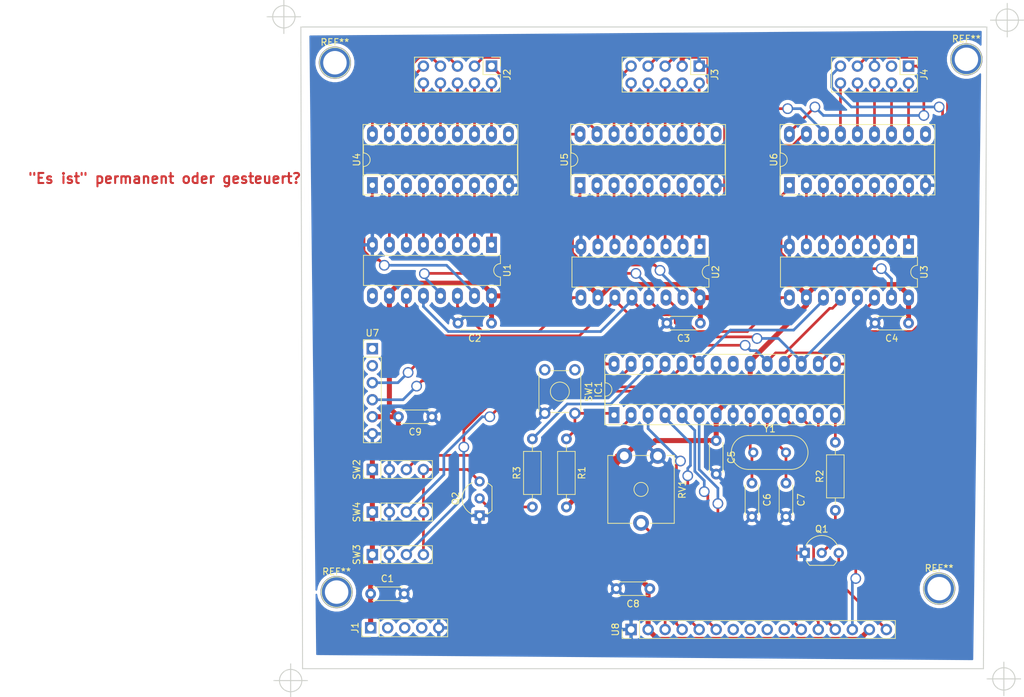
<source format=kicad_pcb>
(kicad_pcb (version 20171130) (host pcbnew "(5.1.4)-1")
  (layers (0 F.Cu signal) (31 B.Cu signal) (34 B.Paste user) (35 F.Paste user) (36 B.SilkS user) (37 F.SilkS user) (38 B.Mask user) (39 F.Mask user) (44 Edge.Cuts user))
  (net 0 "")
  (net 1 GND)
  (net 2 "Net-(IC1-Pad1)")
  (net 3 DOWN)
  (net 4 RW)
  (net 5 ENTER)
  (net 6 E)
  (net 7 OE)
  (net 8 RS)
  (net 9 RGB_BIRTH)
  (net 10 D4)
  (net 11 RGB_HAPPY)
  (net 12 D5)
  (net 13 "Net-(IC1-Pad21)")
  (net 14 SHCP)
  (net 15 DS)
  (net 16 D7)
  (net 17 STCP)
  (net 18 D6)
  (net 19 LCD_BACKLIGHT)
  (net 20 SDA)
  (net 21 UP)
  (net 22 SCL)
  (net 23 "Net-(J1-Pad2)")
  (net 24 "Net-(J1-Pad3)")
  (net 25 "Net-(J1-Pad4)")
  (net 26 FUENF1)
  (net 27 ACHT)
  (net 28 UHR)
  (net 29 SIEBEN)
  (net 30 ZWOELF)
  (net 31 SECHS)
  (net 32 ZWEI)
  (net 33 FUENF2)
  (net 34 EINS)
  (net 35 VIER)
  (net 36 HERZ2)
  (net 37 VIERTEL)
  (net 38 NEUN)
  (net 39 ZWANZIG)
  (net 40 ZEHN2)
  (net 41 HALB)
  (net 42 EIN)
  (net 43 ZEHN1)
  (net 44 HERZ1)
  (net 45 VOR)
  (net 46 NACH)
  (net 47 DREI)
  (net 48 ELF)
  (net 49 "Net-(Q1-Pad2)")
  (net 50 "Net-(Q1-Pad3)")
  (net 51 "Net-(RV1-Pad2)")
  (net 52 "Net-(SW1-Pad3)")
  (net 53 "Net-(SW1-Pad1)")
  (net 54 "Net-(U1-Pad1)")
  (net 55 "Net-(U1-Pad9)")
  (net 56 "Net-(U1-Pad2)")
  (net 57 "Net-(U1-Pad3)")
  (net 58 "Net-(U1-Pad4)")
  (net 59 "Net-(U1-Pad5)")
  (net 60 "Net-(U1-Pad6)")
  (net 61 "Net-(U1-Pad7)")
  (net 62 "Net-(U1-Pad15)")
  (net 63 "Net-(U2-Pad1)")
  (net 64 "Net-(U2-Pad2)")
  (net 65 "Net-(U2-Pad3)")
  (net 66 "Net-(U2-Pad4)")
  (net 67 "Net-(U2-Pad5)")
  (net 68 "Net-(U2-Pad6)")
  (net 69 "Net-(U2-Pad7)")
  (net 70 "Net-(U2-Pad15)")
  (net 71 "Net-(U3-Pad1)")
  (net 72 "Net-(U3-Pad2)")
  (net 73 "Net-(U3-Pad3)")
  (net 74 "Net-(U3-Pad4)")
  (net 75 "Net-(U3-Pad5)")
  (net 76 "Net-(U3-Pad6)")
  (net 77 "Net-(U3-Pad7)")
  (net 78 "Net-(U3-Pad15)")
  (net 79 "Net-(U4-Pad10)")
  (net 80 "Net-(U5-Pad10)")
  (net 81 "Net-(U6-Pad10)")
  (net 82 "Net-(U7-Pad1)")
  (net 83 "Net-(U8-Pad7)")
  (net 84 "Net-(U8-Pad8)")
  (net 85 "Net-(U8-Pad9)")
  (net 86 "Net-(U8-Pad10)")
  (net 87 "Net-(C6-Pad1)")
  (net 88 "Net-(C7-Pad1)")
  (net 89 SWITCH_LEDS)
  (net 90 "Net-(Q2-Pad2)")
  (net 91 "Net-(Q2-Pad3)")
  (net 92 "Net-(U7-Pad2)")
  (net 93 "Net-(U1-Pad14)")
  (net 94 "Net-(U2-Pad14)")
  (net 95 AVCC)
  (net 96 ES_IST)
  (net 97 "Net-(J4-Pad3)")
  (module Buttons_Switches_THT:SW_TH_Tactile_Omron_B3F-10xx (layer F.Cu) (at 131.318 95.354 270)
    (fp_text reference SW1 (at 3.25 -2.05 270) (layer F.SilkS))
    (fp_text value MYSWITCH2)
    (pad 1 thru_hole circle (at 0 0 270) (size 1.7 1.7) (drill 1) (layers *.Cu *.Mask) (net 53 "Net-(SW1-Pad1)"))
    (pad 2 thru_hole circle (at 6.5 0 270) (size 1.7 1.7) (drill 1) (layers *.Cu *.Mask) (net 2 "Net-(IC1-Pad1)"))
    (pad 3 thru_hole circle (at 0 4.5 270) (size 1.7 1.7) (drill 1) (layers *.Cu *.Mask) (net 52 "Net-(SW1-Pad3)"))
    (pad 4 thru_hole circle (at 6.5 4.5 270) (size 1.7 1.7) (drill 1) (layers *.Cu *.Mask) (net 1 GND))
  )
  (module Capacitors_THT:C_Disc_D4.3mm_W1.9mm_P5.00mm (layer F.Cu) (at 157.734 112.268 270)
    (fp_text reference C6 (at 2.5 -2.26 90) (layer F.SilkS))
    (fp_text value 22pF)
    (pad 1 thru_hole circle (at 0 0 270) (size 1.6 1.6) (drill 0.8) (layers *.Cu *.Mask) (net 87 "Net-(C6-Pad1)"))
    (pad 2 thru_hole circle (at 5 0 270) (size 1.6 1.6) (drill 0.8) (layers *.Cu *.Mask) (net 1 GND))
  )
  (module Housings_DIP:DIP-16_W7.62mm_LongPads (layer F.Cu) (at 118.872 76.708 270)
    (fp_text reference U1 (at 3.81 -2.33 270) (layer F.SilkS))
    (fp_text value MY74HC595)
    (pad 1 thru_hole rect (at 0 0 270) (size 2.4 1.6) (drill 0.8) (layers *.Cu *.Mask) (net 54 "Net-(U1-Pad1)"))
    (pad 9 thru_hole oval (at 7.62 17.78 270) (size 2.4 1.6) (drill 0.8) (layers *.Cu *.Mask) (net 55 "Net-(U1-Pad9)"))
    (pad 2 thru_hole oval (at 0 2.54 270) (size 2.4 1.6) (drill 0.8) (layers *.Cu *.Mask) (net 56 "Net-(U1-Pad2)"))
    (pad 10 thru_hole oval (at 7.62 15.24 270) (size 2.4 1.6) (drill 0.8) (layers *.Cu *.Mask) (net 95 AVCC))
    (pad 3 thru_hole oval (at 0 5.08 270) (size 2.4 1.6) (drill 0.8) (layers *.Cu *.Mask) (net 57 "Net-(U1-Pad3)"))
    (pad 11 thru_hole oval (at 7.62 12.7 270) (size 2.4 1.6) (drill 0.8) (layers *.Cu *.Mask) (net 14 SHCP))
    (pad 4 thru_hole oval (at 0 7.62 270) (size 2.4 1.6) (drill 0.8) (layers *.Cu *.Mask) (net 58 "Net-(U1-Pad4)"))
    (pad 12 thru_hole oval (at 7.62 10.16 270) (size 2.4 1.6) (drill 0.8) (layers *.Cu *.Mask) (net 17 STCP))
    (pad 5 thru_hole oval (at 0 10.16 270) (size 2.4 1.6) (drill 0.8) (layers *.Cu *.Mask) (net 59 "Net-(U1-Pad5)"))
    (pad 13 thru_hole oval (at 7.62 7.62 270) (size 2.4 1.6) (drill 0.8) (layers *.Cu *.Mask) (net 7 OE))
    (pad 6 thru_hole oval (at 0 12.7 270) (size 2.4 1.6) (drill 0.8) (layers *.Cu *.Mask) (net 60 "Net-(U1-Pad6)"))
    (pad 14 thru_hole oval (at 7.62 5.08 270) (size 2.4 1.6) (drill 0.8) (layers *.Cu *.Mask) (net 93 "Net-(U1-Pad14)"))
    (pad 7 thru_hole oval (at 0 15.24 270) (size 2.4 1.6) (drill 0.8) (layers *.Cu *.Mask) (net 61 "Net-(U1-Pad7)"))
    (pad 15 thru_hole oval (at 7.62 2.54 270) (size 2.4 1.6) (drill 0.8) (layers *.Cu *.Mask) (net 62 "Net-(U1-Pad15)"))
    (pad 8 thru_hole oval (at 0 17.78 270) (size 2.4 1.6) (drill 0.8) (layers *.Cu *.Mask) (net 1 GND))
    (pad 16 thru_hole oval (at 7.62 0 270) (size 2.4 1.6) (drill 0.8) (layers *.Cu *.Mask) (net 95 AVCC))
  )
  (module Housings_DIP:DIP-18_W7.62mm_Socket_LongPads (layer F.Cu) (at 132.08 67.818 90)
    (fp_text reference U5 (at 3.81 -2.33 90) (layer F.SilkS))
    (fp_text value ULN2803A)
    (pad 1 thru_hole rect (at 0 0 90) (size 2.4 1.6) (drill 0.8) (layers *.Cu *.Mask) (net 70 "Net-(U2-Pad15)"))
    (pad 10 thru_hole oval (at 7.62 20.32 90) (size 2.4 1.6) (drill 0.8) (layers *.Cu *.Mask) (net 80 "Net-(U5-Pad10)"))
    (pad 2 thru_hole oval (at 0 2.54 90) (size 2.4 1.6) (drill 0.8) (layers *.Cu *.Mask) (net 69 "Net-(U2-Pad7)"))
    (pad 11 thru_hole oval (at 7.62 17.78 90) (size 2.4 1.6) (drill 0.8) (layers *.Cu *.Mask) (net 36 HERZ2))
    (pad 3 thru_hole oval (at 0 5.08 90) (size 2.4 1.6) (drill 0.8) (layers *.Cu *.Mask) (net 68 "Net-(U2-Pad6)"))
    (pad 12 thru_hole oval (at 7.62 15.24 90) (size 2.4 1.6) (drill 0.8) (layers *.Cu *.Mask) (net 37 VIERTEL))
    (pad 4 thru_hole oval (at 0 7.62 90) (size 2.4 1.6) (drill 0.8) (layers *.Cu *.Mask) (net 67 "Net-(U2-Pad5)"))
    (pad 13 thru_hole oval (at 7.62 12.7 90) (size 2.4 1.6) (drill 0.8) (layers *.Cu *.Mask) (net 39 ZWANZIG))
    (pad 5 thru_hole oval (at 0 10.16 90) (size 2.4 1.6) (drill 0.8) (layers *.Cu *.Mask) (net 66 "Net-(U2-Pad4)"))
    (pad 14 thru_hole oval (at 7.62 10.16 90) (size 2.4 1.6) (drill 0.8) (layers *.Cu *.Mask) (net 41 HALB))
    (pad 6 thru_hole oval (at 0 12.7 90) (size 2.4 1.6) (drill 0.8) (layers *.Cu *.Mask) (net 65 "Net-(U2-Pad3)"))
    (pad 15 thru_hole oval (at 7.62 7.62 90) (size 2.4 1.6) (drill 0.8) (layers *.Cu *.Mask) (net 43 ZEHN1))
    (pad 7 thru_hole oval (at 0 15.24 90) (size 2.4 1.6) (drill 0.8) (layers *.Cu *.Mask) (net 64 "Net-(U2-Pad2)"))
    (pad 16 thru_hole oval (at 7.62 5.08 90) (size 2.4 1.6) (drill 0.8) (layers *.Cu *.Mask) (net 42 EIN))
    (pad 8 thru_hole oval (at 0 17.78 90) (size 2.4 1.6) (drill 0.8) (layers *.Cu *.Mask) (net 63 "Net-(U2-Pad1)"))
    (pad 17 thru_hole oval (at 7.62 2.54 90) (size 2.4 1.6) (drill 0.8) (layers *.Cu *.Mask) (net 28 UHR))
    (pad 9 thru_hole oval (at 0 20.32 90) (size 2.4 1.6) (drill 0.8) (layers *.Cu *.Mask) (net 1 GND))
    (pad 18 thru_hole oval (at 7.62 0 90) (size 2.4 1.6) (drill 0.8) (layers *.Cu *.Mask) (net 26 FUENF1))
  )
  (module Connectors:1pin (layer F.Cu) (at 95.758 128.524)
    (fp_text reference REF** (at 0 -3.048) (layer F.SilkS))
    (fp_text value 1pin)
    (pad 1 thru_hole circle (at 0 0) (size 4.8 4.8) (drill 3.5) (layers *.Cu *.Mask))
  )
  (module Connectors:1pin (layer F.Cu) (at 185.674 128.016)
    (fp_text reference REF** (at 0 -3.048) (layer F.SilkS))
    (fp_text value 1pin)
    (pad 1 thru_hole circle (at 0 0) (size 4.8 4.8) (drill 3.5) (layers *.Cu *.Mask))
  )
  (module Connectors:1pin (layer F.Cu) (at 189.738 49.022)
    (fp_text reference REF** (at 0 -3.048) (layer F.SilkS))
    (fp_text value 1pin)
    (pad 1 thru_hole circle (at 0 0) (size 4.8 4.8) (drill 3.5) (layers *.Cu *.Mask))
  )
  (module Housings_DIP:DIP-28_W7.62mm_Socket_LongPads (layer F.Cu) (at 137.16 102.108 90)
    (fp_text reference IC1 (at 3.81 -2.33 90) (layer F.SilkS))
    (fp_text value ATmega328P)
    (pad 1 thru_hole rect (at 0 0 90) (size 2.4 1.6) (drill 0.8) (layers *.Cu *.Mask) (net 2 "Net-(IC1-Pad1)"))
    (pad 15 thru_hole oval (at 7.62 33.02 90) (size 2.4 1.6) (drill 0.8) (layers *.Cu *.Mask) (net 9 RGB_BIRTH))
    (pad 2 thru_hole oval (at 0 2.54 90) (size 2.4 1.6) (drill 0.8) (layers *.Cu *.Mask) (net 21 UP))
    (pad 16 thru_hole oval (at 7.62 30.48 90) (size 2.4 1.6) (drill 0.8) (layers *.Cu *.Mask) (net 11 RGB_HAPPY))
    (pad 3 thru_hole oval (at 0 5.08 90) (size 2.4 1.6) (drill 0.8) (layers *.Cu *.Mask) (net 8 RS))
    (pad 17 thru_hole oval (at 7.62 27.94 90) (size 2.4 1.6) (drill 0.8) (layers *.Cu *.Mask) (net 7 OE))
    (pad 4 thru_hole oval (at 0 7.62 90) (size 2.4 1.6) (drill 0.8) (layers *.Cu *.Mask) (net 4 RW))
    (pad 18 thru_hole oval (at 7.62 25.4 90) (size 2.4 1.6) (drill 0.8) (layers *.Cu *.Mask) (net 15 DS))
    (pad 5 thru_hole oval (at 0 10.16 90) (size 2.4 1.6) (drill 0.8) (layers *.Cu *.Mask) (net 6 E))
    (pad 19 thru_hole oval (at 7.62 22.86 90) (size 2.4 1.6) (drill 0.8) (layers *.Cu *.Mask) (net 17 STCP))
    (pad 6 thru_hole oval (at 0 12.7 90) (size 2.4 1.6) (drill 0.8) (layers *.Cu *.Mask) (net 10 D4))
    (pad 20 thru_hole oval (at 7.62 20.32 90) (size 2.4 1.6) (drill 0.8) (layers *.Cu *.Mask) (net 95 AVCC))
    (pad 7 thru_hole oval (at 0 15.24 90) (size 2.4 1.6) (drill 0.8) (layers *.Cu *.Mask) (net 95 AVCC))
    (pad 21 thru_hole oval (at 7.62 17.78 90) (size 2.4 1.6) (drill 0.8) (layers *.Cu *.Mask) (net 13 "Net-(IC1-Pad21)"))
    (pad 8 thru_hole oval (at 0 17.78 90) (size 2.4 1.6) (drill 0.8) (layers *.Cu *.Mask) (net 1 GND))
    (pad 22 thru_hole oval (at 7.62 15.24 90) (size 2.4 1.6) (drill 0.8) (layers *.Cu *.Mask) (net 1 GND))
    (pad 9 thru_hole oval (at 0 20.32 90) (size 2.4 1.6) (drill 0.8) (layers *.Cu *.Mask) (net 87 "Net-(C6-Pad1)"))
    (pad 23 thru_hole oval (at 7.62 12.7 90) (size 2.4 1.6) (drill 0.8) (layers *.Cu *.Mask) (net 14 SHCP))
    (pad 10 thru_hole oval (at 0 22.86 90) (size 2.4 1.6) (drill 0.8) (layers *.Cu *.Mask) (net 88 "Net-(C7-Pad1)"))
    (pad 24 thru_hole oval (at 7.62 10.16 90) (size 2.4 1.6) (drill 0.8) (layers *.Cu *.Mask) (net 5 ENTER))
    (pad 11 thru_hole oval (at 0 25.4 90) (size 2.4 1.6) (drill 0.8) (layers *.Cu *.Mask) (net 12 D5))
    (pad 25 thru_hole oval (at 7.62 7.62 90) (size 2.4 1.6) (drill 0.8) (layers *.Cu *.Mask) (net 3 DOWN))
    (pad 12 thru_hole oval (at 0 27.94 90) (size 2.4 1.6) (drill 0.8) (layers *.Cu *.Mask) (net 18 D6))
    (pad 26 thru_hole oval (at 7.62 5.08 90) (size 2.4 1.6) (drill 0.8) (layers *.Cu *.Mask) (net 89 SWITCH_LEDS))
    (pad 13 thru_hole oval (at 0 30.48 90) (size 2.4 1.6) (drill 0.8) (layers *.Cu *.Mask) (net 16 D7))
    (pad 27 thru_hole oval (at 7.62 2.54 90) (size 2.4 1.6) (drill 0.8) (layers *.Cu *.Mask) (net 20 SDA))
    (pad 14 thru_hole oval (at 0 33.02 90) (size 2.4 1.6) (drill 0.8) (layers *.Cu *.Mask) (net 19 LCD_BACKLIGHT))
    (pad 28 thru_hole oval (at 7.62 0 90) (size 2.4 1.6) (drill 0.8) (layers *.Cu *.Mask) (net 22 SCL))
  )
  (module Pin_Headers:Pin_Header_Straight_2x05_Pitch2.54mm (layer F.Cu) (at 181.102 50.038 270)
    (fp_text reference J4 (at 1.27 -2.33 270) (layer F.SilkS))
    (fp_text value "Stecker 3")
    (pad 1 thru_hole rect (at 0 0 270) (size 1.7 1.7) (drill 1) (layers *.Cu *.Mask) (net 96 ES_IST))
    (pad 2 thru_hole oval (at 2.54 0 270) (size 1.7 1.7) (drill 1) (layers *.Cu *.Mask) (net 44 HERZ1))
    (pad 3 thru_hole oval (at 0 2.54 270) (size 1.7 1.7) (drill 1) (layers *.Cu *.Mask) (net 97 "Net-(J4-Pad3)"))
    (pad 4 thru_hole oval (at 2.54 2.54 270) (size 1.7 1.7) (drill 1) (layers *.Cu *.Mask) (net 45 VOR))
    (pad 5 thru_hole oval (at 0 5.08 270) (size 1.7 1.7) (drill 1) (layers *.Cu *.Mask) (net 1 GND))
    (pad 6 thru_hole oval (at 2.54 5.08 270) (size 1.7 1.7) (drill 1) (layers *.Cu *.Mask) (net 46 NACH))
    (pad 7 thru_hole oval (at 0 7.62 270) (size 1.7 1.7) (drill 1) (layers *.Cu *.Mask) (net 9 RGB_BIRTH))
    (pad 8 thru_hole oval (at 2.54 7.62 270) (size 1.7 1.7) (drill 1) (layers *.Cu *.Mask) (net 47 DREI))
    (pad 9 thru_hole oval (at 0 10.16 270) (size 1.7 1.7) (drill 1) (layers *.Cu *.Mask) (net 11 RGB_HAPPY))
    (pad 10 thru_hole oval (at 2.54 10.16 270) (size 1.7 1.7) (drill 1) (layers *.Cu *.Mask) (net 48 ELF))
  )
  (module Housings_DIP:DIP-18_W7.62mm_Socket_LongPads (layer F.Cu) (at 101.092 67.818 90)
    (fp_text reference U4 (at 3.81 -2.33 90) (layer F.SilkS))
    (fp_text value ULN2803A)
    (pad 1 thru_hole rect (at 0 0 90) (size 2.4 1.6) (drill 0.8) (layers *.Cu *.Mask) (net 62 "Net-(U1-Pad15)"))
    (pad 10 thru_hole oval (at 7.62 20.32 90) (size 2.4 1.6) (drill 0.8) (layers *.Cu *.Mask) (net 79 "Net-(U4-Pad10)"))
    (pad 2 thru_hole oval (at 0 2.54 90) (size 2.4 1.6) (drill 0.8) (layers *.Cu *.Mask) (net 61 "Net-(U1-Pad7)"))
    (pad 11 thru_hole oval (at 7.62 17.78 90) (size 2.4 1.6) (drill 0.8) (layers *.Cu *.Mask) (net 27 ACHT))
    (pad 3 thru_hole oval (at 0 5.08 90) (size 2.4 1.6) (drill 0.8) (layers *.Cu *.Mask) (net 60 "Net-(U1-Pad6)"))
    (pad 12 thru_hole oval (at 7.62 15.24 90) (size 2.4 1.6) (drill 0.8) (layers *.Cu *.Mask) (net 29 SIEBEN))
    (pad 4 thru_hole oval (at 0 7.62 90) (size 2.4 1.6) (drill 0.8) (layers *.Cu *.Mask) (net 59 "Net-(U1-Pad5)"))
    (pad 13 thru_hole oval (at 7.62 12.7 90) (size 2.4 1.6) (drill 0.8) (layers *.Cu *.Mask) (net 31 SECHS))
    (pad 5 thru_hole oval (at 0 10.16 90) (size 2.4 1.6) (drill 0.8) (layers *.Cu *.Mask) (net 58 "Net-(U1-Pad4)"))
    (pad 14 thru_hole oval (at 7.62 10.16 90) (size 2.4 1.6) (drill 0.8) (layers *.Cu *.Mask) (net 33 FUENF2))
    (pad 6 thru_hole oval (at 0 12.7 90) (size 2.4 1.6) (drill 0.8) (layers *.Cu *.Mask) (net 57 "Net-(U1-Pad3)"))
    (pad 15 thru_hole oval (at 7.62 7.62 90) (size 2.4 1.6) (drill 0.8) (layers *.Cu *.Mask) (net 35 VIER))
    (pad 7 thru_hole oval (at 0 15.24 90) (size 2.4 1.6) (drill 0.8) (layers *.Cu *.Mask) (net 56 "Net-(U1-Pad2)"))
    (pad 16 thru_hole oval (at 7.62 5.08 90) (size 2.4 1.6) (drill 0.8) (layers *.Cu *.Mask) (net 34 EINS))
    (pad 8 thru_hole oval (at 0 17.78 90) (size 2.4 1.6) (drill 0.8) (layers *.Cu *.Mask) (net 54 "Net-(U1-Pad1)"))
    (pad 17 thru_hole oval (at 7.62 2.54 90) (size 2.4 1.6) (drill 0.8) (layers *.Cu *.Mask) (net 32 ZWEI))
    (pad 9 thru_hole oval (at 0 20.32 90) (size 2.4 1.6) (drill 0.8) (layers *.Cu *.Mask) (net 1 GND))
    (pad 18 thru_hole oval (at 7.62 0 90) (size 2.4 1.6) (drill 0.8) (layers *.Cu *.Mask) (net 30 ZWOELF))
  )
  (module Potentiometers:Potentiometer_Trimmer_ACP_CA9v_Horizontal_Px10.0mm_Py5.0mm (layer F.Cu) (at 138.684 108.204 270)
    (fp_text reference RV1 (at 5 -8.65 90) (layer F.SilkS))
    (fp_text value 10-20k)
    (pad 3 thru_hole circle (at 0 -5 270) (size 2.34 2.34) (drill 1.3) (layers *.Cu *.Mask) (net 1 GND))
    (pad 2 thru_hole circle (at 10 -2.5 270) (size 2.34 2.34) (drill 1.3) (layers *.Cu *.Mask) (net 51 "Net-(RV1-Pad2)"))
    (pad 1 thru_hole circle (at 0 0 270) (size 2.34 2.34) (drill 1.3) (layers *.Cu *.Mask) (net 95 AVCC))
  )
  (module Pin_Headers:Pin_Header_Straight_1x16_Pitch2.54mm (layer F.Cu) (at 139.7 134.112 90)
    (fp_text reference U8 (at 0 -2.33 90) (layer F.SilkS))
    (fp_text value LCDHD44780)
    (pad 1 thru_hole rect (at 0 0 90) (size 1.7 1.7) (drill 1) (layers *.Cu *.Mask) (net 1 GND))
    (pad 2 thru_hole oval (at 0 2.54 90) (size 1.7 1.7) (drill 1) (layers *.Cu *.Mask) (net 95 AVCC))
    (pad 3 thru_hole oval (at 0 5.08 90) (size 1.7 1.7) (drill 1) (layers *.Cu *.Mask) (net 51 "Net-(RV1-Pad2)"))
    (pad 4 thru_hole oval (at 0 7.62 90) (size 1.7 1.7) (drill 1) (layers *.Cu *.Mask) (net 8 RS))
    (pad 5 thru_hole oval (at 0 10.16 90) (size 1.7 1.7) (drill 1) (layers *.Cu *.Mask) (net 4 RW))
    (pad 6 thru_hole oval (at 0 12.7 90) (size 1.7 1.7) (drill 1) (layers *.Cu *.Mask) (net 6 E))
    (pad 7 thru_hole oval (at 0 15.24 90) (size 1.7 1.7) (drill 1) (layers *.Cu *.Mask) (net 83 "Net-(U8-Pad7)"))
    (pad 8 thru_hole oval (at 0 17.78 90) (size 1.7 1.7) (drill 1) (layers *.Cu *.Mask) (net 84 "Net-(U8-Pad8)"))
    (pad 9 thru_hole oval (at 0 20.32 90) (size 1.7 1.7) (drill 1) (layers *.Cu *.Mask) (net 85 "Net-(U8-Pad9)"))
    (pad 10 thru_hole oval (at 0 22.86 90) (size 1.7 1.7) (drill 1) (layers *.Cu *.Mask) (net 86 "Net-(U8-Pad10)"))
    (pad 11 thru_hole oval (at 0 25.4 90) (size 1.7 1.7) (drill 1) (layers *.Cu *.Mask) (net 10 D4))
    (pad 12 thru_hole oval (at 0 27.94 90) (size 1.7 1.7) (drill 1) (layers *.Cu *.Mask) (net 12 D5))
    (pad 13 thru_hole oval (at 0 30.48 90) (size 1.7 1.7) (drill 1) (layers *.Cu *.Mask) (net 18 D6))
    (pad 14 thru_hole oval (at 0 33.02 90) (size 1.7 1.7) (drill 1) (layers *.Cu *.Mask) (net 16 D7))
    (pad 15 thru_hole oval (at 0 35.56 90) (size 1.7 1.7) (drill 1) (layers *.Cu *.Mask) (net 95 AVCC))
    (pad 16 thru_hole oval (at 0 38.1 90) (size 1.7 1.7) (drill 1) (layers *.Cu *.Mask) (net 50 "Net-(Q1-Pad3)"))
  )
  (module Capacitors_THT:C_Disc_D4.3mm_W1.9mm_P5.00mm (layer F.Cu) (at 150.034 88.392 180)
    (fp_text reference C3 (at 2.5 -2.26 180) (layer F.SilkS))
    (fp_text value 100nF)
    (pad 1 thru_hole circle (at 0 0 180) (size 1.6 1.6) (drill 0.8) (layers *.Cu *.Mask) (net 95 AVCC))
    (pad 2 thru_hole circle (at 5 0 180) (size 1.6 1.6) (drill 0.8) (layers *.Cu *.Mask) (net 1 GND))
  )
  (module Capacitors_THT:C_Disc_D4.3mm_W1.9mm_P5.00mm (layer F.Cu) (at 181.102 88.392 180)
    (fp_text reference C4 (at 2.5 -2.26) (layer F.SilkS))
    (fp_text value 100nF)
    (pad 1 thru_hole circle (at 0 0 180) (size 1.6 1.6) (drill 0.8) (layers *.Cu *.Mask) (net 95 AVCC))
    (pad 2 thru_hole circle (at 5 0 180) (size 1.6 1.6) (drill 0.8) (layers *.Cu *.Mask) (net 1 GND))
  )
  (module Pin_Headers:Pin_Header_Straight_1x05_Pitch2.54mm (layer F.Cu) (at 100.838 133.858 90)
    (fp_text reference J1 (at 0 -2.33 90) (layer F.SilkS))
    (fp_text value MYUSBCONN5)
    (pad 1 thru_hole rect (at 0 0 90) (size 1.7 1.7) (drill 1) (layers *.Cu *.Mask) (net 95 AVCC))
    (pad 2 thru_hole oval (at 0 2.54 90) (size 1.7 1.7) (drill 1) (layers *.Cu *.Mask) (net 23 "Net-(J1-Pad2)"))
    (pad 3 thru_hole oval (at 0 5.08 90) (size 1.7 1.7) (drill 1) (layers *.Cu *.Mask) (net 24 "Net-(J1-Pad3)"))
    (pad 4 thru_hole oval (at 0 7.62 90) (size 1.7 1.7) (drill 1) (layers *.Cu *.Mask) (net 25 "Net-(J1-Pad4)"))
    (pad 5 thru_hole oval (at 0 10.16 90) (size 1.7 1.7) (drill 1) (layers *.Cu *.Mask) (net 1 GND))
  )
  (module Pin_Headers:Pin_Header_Straight_2x05_Pitch2.54mm (layer F.Cu) (at 118.872 50.038 270)
    (fp_text reference J2 (at 1.27 -2.33 270) (layer F.SilkS))
    (fp_text value "Stecker 1")
    (pad 1 thru_hole rect (at 0 0 270) (size 1.7 1.7) (drill 1) (layers *.Cu *.Mask) (net 26 FUENF1))
    (pad 2 thru_hole oval (at 2.54 0 270) (size 1.7 1.7) (drill 1) (layers *.Cu *.Mask) (net 27 ACHT))
    (pad 3 thru_hole oval (at 0 2.54 270) (size 1.7 1.7) (drill 1) (layers *.Cu *.Mask) (net 28 UHR))
    (pad 4 thru_hole oval (at 2.54 2.54 270) (size 1.7 1.7) (drill 1) (layers *.Cu *.Mask) (net 29 SIEBEN))
    (pad 5 thru_hole oval (at 0 5.08 270) (size 1.7 1.7) (drill 1) (layers *.Cu *.Mask) (net 30 ZWOELF))
    (pad 6 thru_hole oval (at 2.54 5.08 270) (size 1.7 1.7) (drill 1) (layers *.Cu *.Mask) (net 31 SECHS))
    (pad 7 thru_hole oval (at 0 7.62 270) (size 1.7 1.7) (drill 1) (layers *.Cu *.Mask) (net 32 ZWEI))
    (pad 8 thru_hole oval (at 2.54 7.62 270) (size 1.7 1.7) (drill 1) (layers *.Cu *.Mask) (net 33 FUENF2))
    (pad 9 thru_hole oval (at 0 10.16 270) (size 1.7 1.7) (drill 1) (layers *.Cu *.Mask) (net 34 EINS))
    (pad 10 thru_hole oval (at 2.54 10.16 270) (size 1.7 1.7) (drill 1) (layers *.Cu *.Mask) (net 35 VIER))
  )
  (module Pin_Headers:Pin_Header_Straight_2x05_Pitch2.54mm (layer F.Cu) (at 149.86 50.038 270)
    (fp_text reference J3 (at 1.27 -2.33 270) (layer F.SilkS))
    (fp_text value "Stecker 2")
    (pad 1 thru_hole rect (at 0 0 270) (size 1.7 1.7) (drill 1) (layers *.Cu *.Mask) (net 1 GND))
    (pad 2 thru_hole oval (at 2.54 0 270) (size 1.7 1.7) (drill 1) (layers *.Cu *.Mask) (net 36 HERZ2))
    (pad 3 thru_hole oval (at 0 2.54 270) (size 1.7 1.7) (drill 1) (layers *.Cu *.Mask) (net 95 AVCC))
    (pad 4 thru_hole oval (at 2.54 2.54 270) (size 1.7 1.7) (drill 1) (layers *.Cu *.Mask) (net 37 VIERTEL))
    (pad 5 thru_hole oval (at 0 5.08 270) (size 1.7 1.7) (drill 1) (layers *.Cu *.Mask) (net 38 NEUN))
    (pad 6 thru_hole oval (at 2.54 5.08 270) (size 1.7 1.7) (drill 1) (layers *.Cu *.Mask) (net 39 ZWANZIG))
    (pad 7 thru_hole oval (at 0 7.62 270) (size 1.7 1.7) (drill 1) (layers *.Cu *.Mask) (net 40 ZEHN2))
    (pad 8 thru_hole oval (at 2.54 7.62 270) (size 1.7 1.7) (drill 1) (layers *.Cu *.Mask) (net 41 HALB))
    (pad 9 thru_hole oval (at 0 10.16 270) (size 1.7 1.7) (drill 1) (layers *.Cu *.Mask) (net 42 EIN))
    (pad 10 thru_hole oval (at 2.54 10.16 270) (size 1.7 1.7) (drill 1) (layers *.Cu *.Mask) (net 43 ZEHN1))
  )
  (module TO_SOT_Packages_THT:TO-92_Inline_Wide (layer F.Cu) (at 165.608 122.682)
    (fp_text reference Q1 (at 2.54 -3.56) (layer F.SilkS))
    (fp_text value 2N3904)
    (pad 2 thru_hole circle (at 2.54 0 90) (size 1.52 1.52) (drill 0.8) (layers *.Cu *.Mask) (net 49 "Net-(Q1-Pad2)"))
    (pad 3 thru_hole circle (at 5.08 0 90) (size 1.52 1.52) (drill 0.8) (layers *.Cu *.Mask) (net 50 "Net-(Q1-Pad3)"))
    (pad 1 thru_hole rect (at 0 0 90) (size 1.52 1.52) (drill 0.8) (layers *.Cu *.Mask) (net 1 GND))
  )
  (module Resistors_THT:R_Axial_DIN0207_L6.3mm_D2.5mm_P10.16mm_Horizontal (layer F.Cu) (at 130.048 105.664 270)
    (fp_text reference R1 (at 5.08 -2.31 270) (layer F.SilkS))
    (fp_text value 10k)
    (pad 1 thru_hole circle (at 0 0 270) (size 1.6 1.6) (drill 0.8) (layers *.Cu *.Mask) (net 2 "Net-(IC1-Pad1)"))
    (pad 2 thru_hole oval (at 10.16 0 270) (size 1.6 1.6) (drill 0.8) (layers *.Cu *.Mask) (net 95 AVCC))
  )
  (module Resistors_THT:R_Axial_DIN0207_L6.3mm_D2.5mm_P10.16mm_Horizontal (layer F.Cu) (at 170.18 116.332 90)
    (fp_text reference R2 (at 5.08 -2.31 90) (layer F.SilkS))
    (fp_text value 1k)
    (pad 1 thru_hole circle (at 0 0 90) (size 1.6 1.6) (drill 0.8) (layers *.Cu *.Mask) (net 49 "Net-(Q1-Pad2)"))
    (pad 2 thru_hole oval (at 10.16 0 90) (size 1.6 1.6) (drill 0.8) (layers *.Cu *.Mask) (net 19 LCD_BACKLIGHT))
  )
  (module Housings_DIP:DIP-18_W7.62mm_Socket_LongPads (layer F.Cu) (at 163.322 67.818 90)
    (fp_text reference U6 (at 3.81 -2.33 90) (layer F.SilkS))
    (fp_text value ULN2803A)
    (pad 1 thru_hole rect (at 0 0 90) (size 2.4 1.6) (drill 0.8) (layers *.Cu *.Mask) (net 78 "Net-(U3-Pad15)"))
    (pad 10 thru_hole oval (at 7.62 20.32 90) (size 2.4 1.6) (drill 0.8) (layers *.Cu *.Mask) (net 81 "Net-(U6-Pad10)"))
    (pad 2 thru_hole oval (at 0 2.54 90) (size 2.4 1.6) (drill 0.8) (layers *.Cu *.Mask) (net 77 "Net-(U3-Pad7)"))
    (pad 11 thru_hole oval (at 7.62 17.78 90) (size 2.4 1.6) (drill 0.8) (layers *.Cu *.Mask) (net 44 HERZ1))
    (pad 3 thru_hole oval (at 0 5.08 90) (size 2.4 1.6) (drill 0.8) (layers *.Cu *.Mask) (net 76 "Net-(U3-Pad6)"))
    (pad 12 thru_hole oval (at 7.62 15.24 90) (size 2.4 1.6) (drill 0.8) (layers *.Cu *.Mask) (net 45 VOR))
    (pad 4 thru_hole oval (at 0 7.62 90) (size 2.4 1.6) (drill 0.8) (layers *.Cu *.Mask) (net 75 "Net-(U3-Pad5)"))
    (pad 13 thru_hole oval (at 7.62 12.7 90) (size 2.4 1.6) (drill 0.8) (layers *.Cu *.Mask) (net 46 NACH))
    (pad 5 thru_hole oval (at 0 10.16 90) (size 2.4 1.6) (drill 0.8) (layers *.Cu *.Mask) (net 74 "Net-(U3-Pad4)"))
    (pad 14 thru_hole oval (at 7.62 10.16 90) (size 2.4 1.6) (drill 0.8) (layers *.Cu *.Mask) (net 47 DREI))
    (pad 6 thru_hole oval (at 0 12.7 90) (size 2.4 1.6) (drill 0.8) (layers *.Cu *.Mask) (net 73 "Net-(U3-Pad3)"))
    (pad 15 thru_hole oval (at 7.62 7.62 90) (size 2.4 1.6) (drill 0.8) (layers *.Cu *.Mask) (net 48 ELF))
    (pad 7 thru_hole oval (at 0 15.24 90) (size 2.4 1.6) (drill 0.8) (layers *.Cu *.Mask) (net 72 "Net-(U3-Pad2)"))
    (pad 16 thru_hole oval (at 7.62 5.08 90) (size 2.4 1.6) (drill 0.8) (layers *.Cu *.Mask) (net 40 ZEHN2))
    (pad 8 thru_hole oval (at 0 17.78 90) (size 2.4 1.6) (drill 0.8) (layers *.Cu *.Mask) (net 71 "Net-(U3-Pad1)"))
    (pad 17 thru_hole oval (at 7.62 2.54 90) (size 2.4 1.6) (drill 0.8) (layers *.Cu *.Mask) (net 38 NEUN))
    (pad 9 thru_hole oval (at 0 20.32 90) (size 2.4 1.6) (drill 0.8) (layers *.Cu *.Mask) (net 1 GND))
    (pad 18 thru_hole oval (at 7.62 0 90) (size 2.4 1.6) (drill 0.8) (layers *.Cu *.Mask) (net 96 ES_IST))
  )
  (module Crystals:Crystal_HC49-4H_Vertical (layer F.Cu) (at 157.934 107.696)
    (fp_text reference Y1 (at 2.44 -3.525 180) (layer F.SilkS))
    (fp_text value 16MHz)
    (pad 1 thru_hole circle (at 0 0) (size 1.5 1.5) (drill 0.8) (layers *.Cu *.Mask) (net 87 "Net-(C6-Pad1)"))
    (pad 2 thru_hole circle (at 4.88 0) (size 1.5 1.5) (drill 0.8) (layers *.Cu *.Mask) (net 88 "Net-(C7-Pad1)"))
  )
  (module Capacitors_THT:C_Disc_D4.3mm_W1.9mm_P5.00mm (layer F.Cu) (at 118.872 88.392 180)
    (fp_text reference C2 (at 2.5 -2.26 180) (layer F.SilkS))
    (fp_text value 100nF)
    (pad 1 thru_hole circle (at 0 0 180) (size 1.6 1.6) (drill 0.8) (layers *.Cu *.Mask) (net 95 AVCC))
    (pad 2 thru_hole circle (at 5 0 180) (size 1.6 1.6) (drill 0.8) (layers *.Cu *.Mask) (net 1 GND))
  )
  (module Capacitors_THT:C_Disc_D4.3mm_W1.9mm_P5.00mm (layer F.Cu) (at 152.4 105.918 270)
    (fp_text reference C5 (at 2.5 -2.26 270) (layer F.SilkS))
    (fp_text value 100nF)
    (pad 1 thru_hole circle (at 0 0 270) (size 1.6 1.6) (drill 0.8) (layers *.Cu *.Mask) (net 95 AVCC))
    (pad 2 thru_hole circle (at 5 0 270) (size 1.6 1.6) (drill 0.8) (layers *.Cu *.Mask) (net 1 GND))
  )
  (module Capacitors_THT:C_Disc_D4.3mm_W1.9mm_P5.00mm (layer F.Cu) (at 162.814 112.268 270)
    (fp_text reference C7 (at 2.5 -2.26 270) (layer F.SilkS))
    (fp_text value 22pF)
    (pad 1 thru_hole circle (at 0 0 270) (size 1.6 1.6) (drill 0.8) (layers *.Cu *.Mask) (net 88 "Net-(C7-Pad1)"))
    (pad 2 thru_hole circle (at 5 0 270) (size 1.6 1.6) (drill 0.8) (layers *.Cu *.Mask) (net 1 GND))
  )
  (module Capacitors_THT:C_Disc_D4.3mm_W1.9mm_P5.00mm (layer F.Cu) (at 142.494 128.016 180)
    (fp_text reference C8 (at 2.5 -2.26) (layer F.SilkS))
    (fp_text value 100nF)
    (pad 1 thru_hole circle (at 0 0 180) (size 1.6 1.6) (drill 0.8) (layers *.Cu *.Mask) (net 95 AVCC))
    (pad 2 thru_hole circle (at 5 0 180) (size 1.6 1.6) (drill 0.8) (layers *.Cu *.Mask) (net 1 GND))
  )
  (module TO_SOT_Packages_THT:TO-92_Inline_Wide (layer F.Cu) (at 117.094 117.094 90)
    (fp_text reference Q2 (at 2.54 -3.56 90) (layer F.SilkS))
    (fp_text value 2N3904)
    (pad 2 thru_hole circle (at 2.54 0 180) (size 1.52 1.52) (drill 0.8) (layers *.Cu *.Mask) (net 90 "Net-(Q2-Pad2)"))
    (pad 3 thru_hole circle (at 5.08 0 180) (size 1.52 1.52) (drill 0.8) (layers *.Cu *.Mask) (net 91 "Net-(Q2-Pad3)"))
    (pad 1 thru_hole rect (at 0 0 180) (size 1.52 1.52) (drill 0.8) (layers *.Cu *.Mask) (net 1 GND))
  )
  (module Resistors_THT:R_Axial_DIN0207_L6.3mm_D2.5mm_P10.16mm_Horizontal (layer F.Cu) (at 124.968 115.824 90)
    (fp_text reference R3 (at 5.08 -2.31 270) (layer F.SilkS))
    (fp_text value 1k)
    (pad 1 thru_hole circle (at 0 0 90) (size 1.6 1.6) (drill 0.8) (layers *.Cu *.Mask) (net 90 "Net-(Q2-Pad2)"))
    (pad 2 thru_hole oval (at 10.16 0 90) (size 1.6 1.6) (drill 0.8) (layers *.Cu *.Mask) (net 89 SWITCH_LEDS))
  )
  (module Pin_Headers:Pin_Header_Straight_1x06_Pitch2.54mm (layer F.Cu) (at 101.092 92.202)
    (fp_text reference U7 (at 0 -2.33 180) (layer F.SilkS))
    (fp_text value MYDS3231)
    (pad 1 thru_hole rect (at 0 0) (size 1.7 1.7) (drill 1) (layers *.Cu *.Mask) (net 82 "Net-(U7-Pad1)"))
    (pad 2 thru_hole oval (at 0 2.54) (size 1.7 1.7) (drill 1) (layers *.Cu *.Mask) (net 92 "Net-(U7-Pad2)"))
    (pad 3 thru_hole oval (at 0 5.08) (size 1.7 1.7) (drill 1) (layers *.Cu *.Mask) (net 22 SCL))
    (pad 4 thru_hole oval (at 0 7.62) (size 1.7 1.7) (drill 1) (layers *.Cu *.Mask) (net 20 SDA))
    (pad 5 thru_hole oval (at 0 10.16) (size 1.7 1.7) (drill 1) (layers *.Cu *.Mask) (net 95 AVCC))
    (pad 6 thru_hole oval (at 0 12.7) (size 1.7 1.7) (drill 1) (layers *.Cu *.Mask) (net 1 GND))
  )
  (module Capacitors_THT:C_Disc_D4.3mm_W1.9mm_P5.00mm (layer F.Cu) (at 109.982 102.362 180)
    (fp_text reference C9 (at 2.5 -2.26 180) (layer F.SilkS))
    (fp_text value 100nF)
    (pad 1 thru_hole circle (at 0 0 180) (size 1.6 1.6) (drill 0.8) (layers *.Cu *.Mask) (net 1 GND))
    (pad 2 thru_hole circle (at 5 0 180) (size 1.6 1.6) (drill 0.8) (layers *.Cu *.Mask) (net 95 AVCC))
  )
  (module Capacitors_THT:C_Disc_D4.3mm_W1.9mm_P5.00mm (layer F.Cu) (at 100.838 128.778)
    (fp_text reference C1 (at 2.5 -2.26 180) (layer F.SilkS))
    (fp_text value 10uF)
    (pad 1 thru_hole circle (at 0 0) (size 1.6 1.6) (drill 0.8) (layers *.Cu *.Mask) (net 95 AVCC))
    (pad 2 thru_hole circle (at 5 0) (size 1.6 1.6) (drill 0.8) (layers *.Cu *.Mask) (net 1 GND))
  )
  (module Housings_DIP:DIP-16_W7.62mm_LongPads (layer F.Cu) (at 149.987 76.962 270)
    (fp_text reference U2 (at 3.81 -2.33 270) (layer F.SilkS))
    (fp_text value MY74HC595)
    (pad 1 thru_hole rect (at 0 0 270) (size 2.4 1.6) (drill 0.8) (layers *.Cu *.Mask) (net 63 "Net-(U2-Pad1)"))
    (pad 9 thru_hole oval (at 7.62 17.78 270) (size 2.4 1.6) (drill 0.8) (layers *.Cu *.Mask) (net 93 "Net-(U1-Pad14)"))
    (pad 2 thru_hole oval (at 0 2.54 270) (size 2.4 1.6) (drill 0.8) (layers *.Cu *.Mask) (net 64 "Net-(U2-Pad2)"))
    (pad 10 thru_hole oval (at 7.62 15.24 270) (size 2.4 1.6) (drill 0.8) (layers *.Cu *.Mask) (net 95 AVCC))
    (pad 3 thru_hole oval (at 0 5.08 270) (size 2.4 1.6) (drill 0.8) (layers *.Cu *.Mask) (net 65 "Net-(U2-Pad3)"))
    (pad 11 thru_hole oval (at 7.62 12.7 270) (size 2.4 1.6) (drill 0.8) (layers *.Cu *.Mask) (net 14 SHCP))
    (pad 4 thru_hole oval (at 0 7.62 270) (size 2.4 1.6) (drill 0.8) (layers *.Cu *.Mask) (net 66 "Net-(U2-Pad4)"))
    (pad 12 thru_hole oval (at 7.62 10.16 270) (size 2.4 1.6) (drill 0.8) (layers *.Cu *.Mask) (net 17 STCP))
    (pad 5 thru_hole oval (at 0 10.16 270) (size 2.4 1.6) (drill 0.8) (layers *.Cu *.Mask) (net 67 "Net-(U2-Pad5)"))
    (pad 13 thru_hole oval (at 7.62 7.62 270) (size 2.4 1.6) (drill 0.8) (layers *.Cu *.Mask) (net 7 OE))
    (pad 6 thru_hole oval (at 0 12.7 270) (size 2.4 1.6) (drill 0.8) (layers *.Cu *.Mask) (net 68 "Net-(U2-Pad6)"))
    (pad 14 thru_hole oval (at 7.62 5.08 270) (size 2.4 1.6) (drill 0.8) (layers *.Cu *.Mask) (net 94 "Net-(U2-Pad14)"))
    (pad 7 thru_hole oval (at 0 15.24 270) (size 2.4 1.6) (drill 0.8) (layers *.Cu *.Mask) (net 69 "Net-(U2-Pad7)"))
    (pad 15 thru_hole oval (at 7.62 2.54 270) (size 2.4 1.6) (drill 0.8) (layers *.Cu *.Mask) (net 70 "Net-(U2-Pad15)"))
    (pad 8 thru_hole oval (at 0 17.78 270) (size 2.4 1.6) (drill 0.8) (layers *.Cu *.Mask) (net 1 GND))
    (pad 16 thru_hole oval (at 7.62 0 270) (size 2.4 1.6) (drill 0.8) (layers *.Cu *.Mask) (net 95 AVCC))
  )
  (module Housings_DIP:DIP-16_W7.62mm_LongPads (layer F.Cu) (at 181.102 76.962 270)
    (fp_text reference U3 (at 3.81 -2.33 270) (layer F.SilkS))
    (fp_text value MY74HC595)
    (pad 1 thru_hole rect (at 0 0 270) (size 2.4 1.6) (drill 0.8) (layers *.Cu *.Mask) (net 71 "Net-(U3-Pad1)"))
    (pad 9 thru_hole oval (at 7.62 17.78 270) (size 2.4 1.6) (drill 0.8) (layers *.Cu *.Mask) (net 94 "Net-(U2-Pad14)"))
    (pad 2 thru_hole oval (at 0 2.54 270) (size 2.4 1.6) (drill 0.8) (layers *.Cu *.Mask) (net 72 "Net-(U3-Pad2)"))
    (pad 10 thru_hole oval (at 7.62 15.24 270) (size 2.4 1.6) (drill 0.8) (layers *.Cu *.Mask) (net 95 AVCC))
    (pad 3 thru_hole oval (at 0 5.08 270) (size 2.4 1.6) (drill 0.8) (layers *.Cu *.Mask) (net 73 "Net-(U3-Pad3)"))
    (pad 11 thru_hole oval (at 7.62 12.7 270) (size 2.4 1.6) (drill 0.8) (layers *.Cu *.Mask) (net 14 SHCP))
    (pad 4 thru_hole oval (at 0 7.62 270) (size 2.4 1.6) (drill 0.8) (layers *.Cu *.Mask) (net 74 "Net-(U3-Pad4)"))
    (pad 12 thru_hole oval (at 7.62 10.16 270) (size 2.4 1.6) (drill 0.8) (layers *.Cu *.Mask) (net 17 STCP))
    (pad 5 thru_hole oval (at 0 10.16 270) (size 2.4 1.6) (drill 0.8) (layers *.Cu *.Mask) (net 75 "Net-(U3-Pad5)"))
    (pad 13 thru_hole oval (at 7.62 7.62 270) (size 2.4 1.6) (drill 0.8) (layers *.Cu *.Mask) (net 7 OE))
    (pad 6 thru_hole oval (at 0 12.7 270) (size 2.4 1.6) (drill 0.8) (layers *.Cu *.Mask) (net 76 "Net-(U3-Pad6)"))
    (pad 14 thru_hole oval (at 7.62 5.08 270) (size 2.4 1.6) (drill 0.8) (layers *.Cu *.Mask) (net 15 DS))
    (pad 7 thru_hole oval (at 0 15.24 270) (size 2.4 1.6) (drill 0.8) (layers *.Cu *.Mask) (net 77 "Net-(U3-Pad7)"))
    (pad 15 thru_hole oval (at 7.62 2.54 270) (size 2.4 1.6) (drill 0.8) (layers *.Cu *.Mask) (net 78 "Net-(U3-Pad15)"))
    (pad 8 thru_hole oval (at 0 17.78 270) (size 2.4 1.6) (drill 0.8) (layers *.Cu *.Mask) (net 1 GND))
    (pad 16 thru_hole oval (at 7.62 0 270) (size 2.4 1.6) (drill 0.8) (layers *.Cu *.Mask) (net 95 AVCC))
  )
  (module Pin_Headers:Pin_Header_Straight_1x04_Pitch2.54mm (layer F.Cu) (at 101.092 110.236 90)
    (fp_text reference SW2 (at 0 -2.33 90) (layer F.SilkS))
    (fp_text value MYSWITCH_reduced)
    (pad 1 thru_hole rect (at 0 0 90) (size 1.7 1.7) (drill 1) (layers *.Cu *.Mask) (net 95 AVCC))
    (pad 2 thru_hole oval (at 0 2.54 90) (size 1.7 1.7) (drill 1) (layers *.Cu *.Mask) (net 1 GND))
    (pad 3 thru_hole oval (at 0 5.08 90) (size 1.7 1.7) (drill 1) (layers *.Cu *.Mask) (net 21 UP))
    (pad 4 thru_hole oval (at 0 7.62 90) (size 1.7 1.7) (drill 1) (layers *.Cu *.Mask) (net 91 "Net-(Q2-Pad3)"))
  )
  (module Pin_Headers:Pin_Header_Straight_1x04_Pitch2.54mm (layer F.Cu) (at 101.092 122.936 90)
    (fp_text reference SW3 (at 0 -2.33 90) (layer F.SilkS))
    (fp_text value MYSWITCH_reduced)
    (pad 1 thru_hole rect (at 0 0 90) (size 1.7 1.7) (drill 1) (layers *.Cu *.Mask) (net 95 AVCC))
    (pad 2 thru_hole oval (at 0 2.54 90) (size 1.7 1.7) (drill 1) (layers *.Cu *.Mask) (net 1 GND))
    (pad 3 thru_hole oval (at 0 5.08 90) (size 1.7 1.7) (drill 1) (layers *.Cu *.Mask) (net 3 DOWN))
    (pad 4 thru_hole oval (at 0 7.62 90) (size 1.7 1.7) (drill 1) (layers *.Cu *.Mask) (net 91 "Net-(Q2-Pad3)"))
  )
  (module Pin_Headers:Pin_Header_Straight_1x04_Pitch2.54mm (layer F.Cu) (at 101.092 116.586 90)
    (fp_text reference SW4 (at 0 -2.33 90) (layer F.SilkS))
    (fp_text value MYSWITCH_reduced)
    (pad 1 thru_hole rect (at 0 0 90) (size 1.7 1.7) (drill 1) (layers *.Cu *.Mask) (net 95 AVCC))
    (pad 2 thru_hole oval (at 0 2.54 90) (size 1.7 1.7) (drill 1) (layers *.Cu *.Mask) (net 1 GND))
    (pad 3 thru_hole oval (at 0 5.08 90) (size 1.7 1.7) (drill 1) (layers *.Cu *.Mask) (net 5 ENTER))
    (pad 4 thru_hole oval (at 0 7.62 90) (size 1.7 1.7) (drill 1) (layers *.Cu *.Mask) (net 91 "Net-(Q2-Pad3)"))
  )
  (module Connectors:1pin (layer F.Cu) (at 95.504 49.53)
    (fp_text reference REF** (at 0 -3.048) (layer F.SilkS))
    (fp_text value 1pin)
    (pad 1 thru_hole circle (at 0 0) (size 4.8 4.8) (drill 3.5) (layers *.Cu *.Mask))
  )
  (gr_text "\"Es ist\" permanent oder gesteuert?" (at 70.104 66.802) (layer F.Cu) (effects (font (size 1.5 1.5) (thickness 0.3))))
  (target plus (at 87.884 42.672) (size 5) (width 0.15) (layer Edge.Cuts))
  (target plus (at 195.834 43.18) (size 5) (width 0.15) (layer Edge.Cuts))
  (target plus (at 195.326 141.478) (size 5) (width 0.15) (layer Edge.Cuts))
  (target plus (at 88.9 141.732) (size 5) (width 0.15) (layer Edge.Cuts))
  (gr_line (start 90.424 46.482) (end 90.678 139.954) (layer Edge.Cuts) (width 0.15))
  (gr_line (start 90.424 44.196) (end 90.424 46.482) (layer Edge.Cuts) (width 0.15))
  (gr_line (start 192.786 44.196) (end 90.424 44.196) (layer Edge.Cuts) (width 0.15))
  (gr_line (start 192.278 139.954) (end 192.786 44.196) (layer Edge.Cuts) (width 0.15))
  (gr_line (start 90.678 139.954) (end 192.278 139.954) (layer Edge.Cuts) (width 0.15))
  (segment (start 136.906 101.854) (end 137.16 102.108) (width 0.4) (layer F.Cu) (net 2))
  (segment (start 131.318 101.854) (end 136.906 101.854) (width 0.4) (layer F.Cu) (net 2))
  (segment (start 131.318 104.394) (end 131.318 101.854) (width 0.4) (layer F.Cu) (net 2))
  (segment (start 130.048 105.664) (end 131.318 104.394) (width 0.4) (layer F.Cu) (net 2))
  (segment (start 114.739579 114.368421) (end 114.739579 108.008204) (width 0.4) (layer B.Cu) (net 3))
  (via (at 114.739579 106.876834) (size 1.6) (drill 1.2) (layers F.Cu B.Cu) (net 3))
  (segment (start 106.172 122.936) (end 114.739579 114.368421) (width 0.4) (layer B.Cu) (net 3))
  (segment (start 144.78 94.488) (end 144.78 94.888) (width 0.4) (layer F.Cu) (net 3))
  (segment (start 144.78 94.888) (end 141.766011 97.901989) (width 0.4) (layer F.Cu) (net 3))
  (segment (start 141.766011 97.901989) (end 121.174423 97.901989) (width 0.4) (layer F.Cu) (net 3))
  (segment (start 114.739579 108.008204) (end 114.739579 106.876834) (width 0.4) (layer B.Cu) (net 3))
  (segment (start 121.174423 97.901989) (end 114.739579 104.336833) (width 0.4) (layer F.Cu) (net 3))
  (segment (start 114.739579 105.745464) (end 114.739579 106.876834) (width 0.4) (layer F.Cu) (net 3))
  (segment (start 114.739579 104.336833) (end 114.739579 105.745464) (width 0.4) (layer F.Cu) (net 3))
  (segment (start 144.78 102.508) (end 148.559978 106.287978) (width 0.4) (layer B.Cu) (net 4))
  (segment (start 148.559978 106.287978) (end 148.559978 109.635555) (width 0.4) (layer B.Cu) (net 4))
  (segment (start 148.559978 109.635555) (end 148.156631 110.038902) (width 0.4) (layer B.Cu) (net 4))
  (via (at 148.156631 111.170272) (size 1.6) (drill 1.2) (layers F.Cu B.Cu) (net 4))
  (segment (start 144.78 102.108) (end 144.78 102.508) (width 0.4) (layer B.Cu) (net 4))
  (segment (start 148.156631 112.301642) (end 148.156631 111.170272) (width 0.4) (layer F.Cu) (net 4))
  (segment (start 148.156631 110.038902) (end 148.156631 111.170272) (width 0.4) (layer B.Cu) (net 4))
  (segment (start 148.156631 132.408631) (end 148.156631 112.301642) (width 0.4) (layer F.Cu) (net 4))
  (segment (start 149.86 134.112) (end 148.156631 132.408631) (width 0.4) (layer F.Cu) (net 4))
  (via (at 118.618 102.362) (size 1.6) (drill 1.2) (layers F.Cu B.Cu) (net 5))
  (segment (start 147.32 94.888) (end 147.32 94.488) (width 0.4) (layer F.Cu) (net 5))
  (segment (start 122.428 98.552) (end 143.656 98.552) (width 0.4) (layer F.Cu) (net 5))
  (segment (start 143.656 98.552) (end 147.32 94.888) (width 0.4) (layer F.Cu) (net 5))
  (segment (start 118.618 102.362) (end 122.428 98.552) (width 0.4) (layer F.Cu) (net 5))
  (segment (start 118.618 102.362) (end 117.48663 102.362) (width 0.4) (layer B.Cu) (net 5))
  (segment (start 117.48663 102.362) (end 111.76 108.08863) (width 0.4) (layer B.Cu) (net 5))
  (segment (start 111.76 110.998) (end 106.172 116.586) (width 0.4) (layer B.Cu) (net 5))
  (segment (start 111.76 108.08863) (end 111.76 110.998) (width 0.4) (layer B.Cu) (net 5))
  (via (at 150.622 113.538) (size 1.6) (drill 1.2) (layers F.Cu B.Cu) (net 6))
  (segment (start 151.149999 114.065999) (end 150.622 113.538) (width 0.4) (layer F.Cu) (net 6))
  (segment (start 152.4 134.112) (end 151.149999 132.861999) (width 0.4) (layer F.Cu) (net 6))
  (segment (start 151.149999 132.861999) (end 151.149999 114.065999) (width 0.4) (layer F.Cu) (net 6))
  (segment (start 149.209989 110.497245) (end 149.209989 104.397989) (width 0.4) (layer B.Cu) (net 6))
  (segment (start 147.32 102.508) (end 147.32 102.108) (width 0.4) (layer B.Cu) (net 6))
  (segment (start 150.622 113.538) (end 150.622 111.909256) (width 0.4) (layer B.Cu) (net 6))
  (segment (start 150.622 111.909256) (end 149.209989 110.497245) (width 0.4) (layer B.Cu) (net 6))
  (segment (start 149.209989 104.397989) (end 147.32 102.508) (width 0.4) (layer B.Cu) (net 6))
  (segment (start 173.482 85.706) (end 165.1 94.088) (width 0.4) (layer B.Cu) (net 7))
  (segment (start 173.482 84.582) (end 173.482 85.706) (width 0.4) (layer B.Cu) (net 7))
  (via (at 158.496 90.678) (size 1.6) (drill 1.2) (layers F.Cu B.Cu) (net 7))
  (segment (start 165.1 94.088) (end 165.1 94.488) (width 0.4) (layer B.Cu) (net 7))
  (segment (start 161.69 90.678) (end 165.1 94.088) (width 0.4) (layer B.Cu) (net 7))
  (segment (start 158.496 90.678) (end 161.69 90.678) (width 0.4) (layer B.Cu) (net 7))
  (segment (start 142.367 84.982) (end 143.876989 86.491989) (width 0.4) (layer F.Cu) (net 7))
  (segment (start 145.903245 86.491989) (end 146.934012 87.522756) (width 0.4) (layer F.Cu) (net 7))
  (segment (start 146.934012 87.522756) (end 146.934012 88.061266) (width 0.4) (layer F.Cu) (net 7))
  (segment (start 149.316744 90.443998) (end 158.261998 90.443998) (width 0.4) (layer F.Cu) (net 7))
  (segment (start 146.934012 88.061266) (end 149.316744 90.443998) (width 0.4) (layer F.Cu) (net 7))
  (segment (start 142.367 84.582) (end 142.367 84.982) (width 0.4) (layer F.Cu) (net 7))
  (segment (start 158.261998 90.443998) (end 158.496 90.678) (width 0.4) (layer F.Cu) (net 7))
  (segment (start 143.876989 86.491989) (end 145.903245 86.491989) (width 0.4) (layer F.Cu) (net 7))
  (via (at 140.422814 80.968011) (size 1.6) (drill 1.2) (layers F.Cu B.Cu) (net 7))
  (segment (start 142.367 82.912197) (end 141.222813 81.76801) (width 0.4) (layer B.Cu) (net 7))
  (segment (start 141.222813 81.76801) (end 140.422814 80.968011) (width 0.4) (layer B.Cu) (net 7))
  (segment (start 142.367 84.582) (end 142.367 82.912197) (width 0.4) (layer B.Cu) (net 7))
  (segment (start 108.889339 80.968011) (end 108.85134 81.00601) (width 0.4) (layer F.Cu) (net 7))
  (segment (start 111.252 84.328) (end 111.252 83.928) (width 0.4) (layer B.Cu) (net 7))
  (segment (start 108.85134 81.52734) (end 108.85134 81.00601) (width 0.4) (layer B.Cu) (net 7))
  (segment (start 111.252 83.928) (end 108.85134 81.52734) (width 0.4) (layer B.Cu) (net 7))
  (via (at 108.85134 81.00601) (size 1.6) (drill 1.2) (layers F.Cu B.Cu) (net 7))
  (segment (start 140.422814 80.968011) (end 108.889339 80.968011) (width 0.4) (layer F.Cu) (net 7))
  (via (at 147.066 108.966) (size 1.6) (drill 1.2) (layers F.Cu B.Cu) (net 8))
  (segment (start 142.24 104.14) (end 142.24 102.108) (width 0.4) (layer B.Cu) (net 8))
  (segment (start 147.066 108.966) (end 142.24 104.14) (width 0.4) (layer B.Cu) (net 8))
  (segment (start 146.470001 133.262001) (end 146.470001 109.561999) (width 0.4) (layer F.Cu) (net 8))
  (segment (start 146.470001 109.561999) (end 147.066 108.966) (width 0.4) (layer F.Cu) (net 8))
  (segment (start 147.32 134.112) (end 146.470001 133.262001) (width 0.4) (layer F.Cu) (net 8))
  (segment (start 186.924002 53.35) (end 186.924002 85.339254) (width 0.4) (layer F.Cu) (net 9))
  (segment (start 186.924002 85.339254) (end 177.775256 94.488) (width 0.4) (layer F.Cu) (net 9))
  (segment (start 177.775256 94.488) (end 171.38 94.488) (width 0.4) (layer F.Cu) (net 9))
  (segment (start 182.312001 48.737999) (end 186.924002 53.35) (width 0.4) (layer F.Cu) (net 9))
  (segment (start 174.782001 48.737999) (end 182.312001 48.737999) (width 0.4) (layer F.Cu) (net 9))
  (segment (start 173.482 50.038) (end 174.782001 48.737999) (width 0.4) (layer F.Cu) (net 9))
  (segment (start 171.38 94.488) (end 170.18 94.488) (width 0.4) (layer F.Cu) (net 9))
  (via (at 152.654 115.316) (size 1.6) (drill 1.2) (layers F.Cu B.Cu) (net 10))
  (segment (start 152.654 113.022002) (end 152.654 115.316) (width 0.4) (layer B.Cu) (net 10))
  (segment (start 149.86 110.228002) (end 152.654 113.022002) (width 0.4) (layer B.Cu) (net 10))
  (segment (start 149.86 102.108) (end 149.86 110.228002) (width 0.4) (layer B.Cu) (net 10))
  (segment (start 152.654 121.666) (end 165.1 134.112) (width 0.4) (layer F.Cu) (net 10))
  (segment (start 152.654 115.316) (end 152.654 121.666) (width 0.4) (layer F.Cu) (net 10))
  (segment (start 181.702001 89.642001) (end 186.182 85.162002) (width 0.4) (layer F.Cu) (net 11))
  (segment (start 172.485999 89.642001) (end 181.702001 89.642001) (width 0.4) (layer F.Cu) (net 11))
  (segment (start 167.64 94.488) (end 172.485999 89.642001) (width 0.4) (layer F.Cu) (net 11))
  (via (at 185.674 56.134) (size 1.6) (drill 1.2) (layers F.Cu B.Cu) (net 11))
  (segment (start 186.182 56.642) (end 185.674 56.134) (width 0.4) (layer F.Cu) (net 11))
  (segment (start 186.182 85.162002) (end 186.182 56.642) (width 0.4) (layer F.Cu) (net 11))
  (segment (start 170.092001 50.887999) (end 170.942 50.038) (width 0.4) (layer B.Cu) (net 11))
  (segment (start 169.641999 51.338001) (end 170.092001 50.887999) (width 0.4) (layer B.Cu) (net 11))
  (segment (start 169.641999 53.202001) (end 169.641999 51.338001) (width 0.4) (layer B.Cu) (net 11))
  (segment (start 172.573998 56.134) (end 169.641999 53.202001) (width 0.4) (layer B.Cu) (net 11))
  (segment (start 185.674 56.134) (end 172.573998 56.134) (width 0.4) (layer B.Cu) (net 11))
  (segment (start 167.64 132.909919) (end 164.338 129.607919) (width 0.4) (layer F.Cu) (net 12))
  (segment (start 167.64 134.112) (end 167.64 132.909919) (width 0.4) (layer F.Cu) (net 12))
  (segment (start 162.56 102.508) (end 162.56 102.108) (width 0.4) (layer F.Cu) (net 12))
  (segment (start 164.338 104.286) (end 162.56 102.508) (width 0.4) (layer F.Cu) (net 12))
  (segment (start 164.338 129.607919) (end 164.338 104.286) (width 0.4) (layer F.Cu) (net 12))
  (segment (start 168.402 84.982) (end 163.956001 89.427999) (width 0.4) (layer B.Cu) (net 14))
  (segment (start 149.86 94.088) (end 149.86 94.488) (width 0.4) (layer B.Cu) (net 14))
  (segment (start 163.956001 89.427999) (end 154.520001 89.427999) (width 0.4) (layer B.Cu) (net 14))
  (segment (start 154.520001 89.427999) (end 149.86 94.088) (width 0.4) (layer B.Cu) (net 14))
  (segment (start 168.402 84.582) (end 168.402 84.982) (width 0.4) (layer B.Cu) (net 14))
  (segment (start 137.287 84.982) (end 142.475 90.17) (width 0.4) (layer F.Cu) (net 14))
  (segment (start 149.86 94.088) (end 149.86 94.488) (width 0.4) (layer F.Cu) (net 14))
  (segment (start 145.942 90.17) (end 149.86 94.088) (width 0.4) (layer F.Cu) (net 14))
  (segment (start 142.475 90.17) (end 145.942 90.17) (width 0.4) (layer F.Cu) (net 14))
  (segment (start 137.287 84.982) (end 137.287 84.582) (width 0.4) (layer F.Cu) (net 14))
  (segment (start 110.536011 90.292011) (end 131.976989 90.292011) (width 0.4) (layer F.Cu) (net 14))
  (segment (start 106.172 84.328) (end 106.172 85.928) (width 0.4) (layer F.Cu) (net 14))
  (segment (start 106.172 85.928) (end 110.536011 90.292011) (width 0.4) (layer F.Cu) (net 14))
  (segment (start 131.976989 90.292011) (end 137.287 84.982) (width 0.4) (layer F.Cu) (net 14))
  (segment (start 162.56 94.088) (end 162.56 94.488) (width 0.4) (layer F.Cu) (net 15))
  (segment (start 163.81001 92.83799) (end 162.56 94.088) (width 0.4) (layer F.Cu) (net 15))
  (segment (start 168.16601 92.83799) (end 163.81001 92.83799) (width 0.4) (layer F.Cu) (net 15))
  (segment (start 176.022 84.982) (end 168.16601 92.83799) (width 0.4) (layer F.Cu) (net 15))
  (segment (start 176.022 84.582) (end 176.022 84.982) (width 0.4) (layer F.Cu) (net 15))
  (via (at 173.228 126.492) (size 1.6) (drill 1.2) (layers F.Cu B.Cu) (net 16))
  (segment (start 172.72 134.112) (end 172.72 127) (width 0.4) (layer B.Cu) (net 16))
  (segment (start 172.72 127) (end 173.228 126.492) (width 0.4) (layer B.Cu) (net 16))
  (segment (start 173.228 126.492) (end 173.228 114.808) (width 0.4) (layer F.Cu) (net 16))
  (segment (start 167.64 109.22) (end 167.64 102.108) (width 0.4) (layer F.Cu) (net 16))
  (segment (start 173.228 114.808) (end 167.64 109.22) (width 0.4) (layer F.Cu) (net 16))
  (segment (start 162.68601 92.83799) (end 161.27001 92.83799) (width 0.4) (layer F.Cu) (net 17))
  (segment (start 161.27001 92.83799) (end 160.02 94.088) (width 0.4) (layer F.Cu) (net 17))
  (segment (start 169.342 86.182) (end 162.68601 92.83799) (width 0.4) (layer F.Cu) (net 17))
  (segment (start 160.02 94.088) (end 160.02 94.488) (width 0.4) (layer F.Cu) (net 17))
  (segment (start 169.742 86.182) (end 169.342 86.182) (width 0.4) (layer F.Cu) (net 17))
  (segment (start 170.942 84.982) (end 169.742 86.182) (width 0.4) (layer F.Cu) (net 17))
  (segment (start 170.942 84.582) (end 170.942 84.982) (width 0.4) (layer F.Cu) (net 17))
  (segment (start 146.284001 87.791999) (end 146.284001 88.330509) (width 0.4) (layer F.Cu) (net 17))
  (segment (start 149.647492 91.694) (end 156.718 91.694) (width 0.4) (layer F.Cu) (net 17))
  (segment (start 145.634001 87.141999) (end 146.284001 87.791999) (width 0.4) (layer F.Cu) (net 17))
  (segment (start 141.986999 87.141999) (end 145.634001 87.141999) (width 0.4) (layer F.Cu) (net 17))
  (segment (start 139.827 84.982) (end 141.986999 87.141999) (width 0.4) (layer F.Cu) (net 17))
  (via (at 156.718 91.694) (size 1.6) (drill 1.2) (layers F.Cu B.Cu) (net 17))
  (segment (start 146.284001 88.330509) (end 149.647492 91.694) (width 0.4) (layer F.Cu) (net 17))
  (segment (start 139.827 84.582) (end 139.827 84.982) (width 0.4) (layer F.Cu) (net 17))
  (segment (start 160.02 94.088) (end 160.02 94.488) (width 0.4) (layer B.Cu) (net 17))
  (segment (start 158.425999 92.493999) (end 160.02 94.088) (width 0.4) (layer B.Cu) (net 17))
  (segment (start 157.517999 92.493999) (end 158.425999 92.493999) (width 0.4) (layer B.Cu) (net 17))
  (segment (start 156.718 91.694) (end 157.517999 92.493999) (width 0.4) (layer B.Cu) (net 17))
  (segment (start 108.712 84.328) (end 108.712 85.928) (width 0.4) (layer B.Cu) (net 17))
  (segment (start 112.426001 89.642001) (end 135.166999 89.642001) (width 0.4) (layer B.Cu) (net 17))
  (segment (start 139.827 84.982) (end 139.827 84.582) (width 0.4) (layer B.Cu) (net 17))
  (segment (start 135.166999 89.642001) (end 139.827 84.982) (width 0.4) (layer B.Cu) (net 17))
  (segment (start 108.712 85.928) (end 112.426001 89.642001) (width 0.4) (layer B.Cu) (net 17))
  (segment (start 165.1 102.508) (end 165.1 102.108) (width 0.4) (layer F.Cu) (net 18))
  (segment (start 166.937999 104.345999) (end 165.1 102.508) (width 0.4) (layer F.Cu) (net 18))
  (segment (start 166.937999 130.869999) (end 166.937999 104.345999) (width 0.4) (layer F.Cu) (net 18))
  (segment (start 170.18 134.112) (end 166.937999 130.869999) (width 0.4) (layer F.Cu) (net 18))
  (segment (start 170.18 106.172) (end 170.18 102.108) (width 0.4) (layer F.Cu) (net 19))
  (via (at 107.696 97.79) (size 1.6) (drill 1.2) (layers F.Cu B.Cu) (net 20))
  (segment (start 107.696 97.79) (end 105.664 99.822) (width 0.4) (layer B.Cu) (net 20))
  (segment (start 102.294081 99.822) (end 101.092 99.822) (width 0.4) (layer B.Cu) (net 20))
  (segment (start 105.664 99.822) (end 102.294081 99.822) (width 0.4) (layer B.Cu) (net 20))
  (segment (start 137.597999 96.990001) (end 108.495999 96.990001) (width 0.4) (layer F.Cu) (net 20))
  (segment (start 108.495999 96.990001) (end 107.696 97.79) (width 0.4) (layer F.Cu) (net 20))
  (segment (start 139.7 94.888) (end 137.597999 96.990001) (width 0.4) (layer F.Cu) (net 20))
  (segment (start 139.7 94.488) (end 139.7 94.888) (width 0.4) (layer F.Cu) (net 20))
  (segment (start 134.081164 108.126836) (end 139.7 102.508) (width 0.4) (layer F.Cu) (net 21))
  (segment (start 139.7 102.508) (end 139.7 102.108) (width 0.4) (layer F.Cu) (net 21))
  (segment (start 108.281164 108.126836) (end 134.081164 108.126836) (width 0.4) (layer F.Cu) (net 21))
  (segment (start 106.172 110.236) (end 108.281164 108.126836) (width 0.4) (layer F.Cu) (net 21))
  (via (at 106.426 95.758) (size 1.6) (drill 1.2) (layers F.Cu B.Cu) (net 22))
  (segment (start 104.902 97.282) (end 106.426 95.758) (width 0.4) (layer B.Cu) (net 22))
  (segment (start 101.092 97.282) (end 104.902 97.282) (width 0.4) (layer B.Cu) (net 22))
  (segment (start 135.96 94.488) (end 137.16 94.488) (width 0.4) (layer F.Cu) (net 22))
  (segment (start 134.36 92.888) (end 135.96 94.488) (width 0.4) (layer F.Cu) (net 22))
  (segment (start 109.296 92.888) (end 134.36 92.888) (width 0.4) (layer F.Cu) (net 22))
  (segment (start 106.426 95.758) (end 109.296 92.888) (width 0.4) (layer F.Cu) (net 22))
  (segment (start 129.032 60.198) (end 118.872 50.038) (width 0.4) (layer F.Cu) (net 26))
  (segment (start 132.08 60.198) (end 129.032 60.198) (width 0.4) (layer F.Cu) (net 26))
  (segment (start 118.872 60.198) (end 118.872 52.578) (width 0.4) (layer F.Cu) (net 27))
  (segment (start 134.62 59.798) (end 134.62 60.198) (width 0.4) (layer F.Cu) (net 28))
  (segment (start 123.559999 48.737999) (end 134.62 59.798) (width 0.4) (layer F.Cu) (net 28))
  (segment (start 117.632001 48.737999) (end 123.559999 48.737999) (width 0.4) (layer F.Cu) (net 28))
  (segment (start 116.332 50.038) (end 117.632001 48.737999) (width 0.4) (layer F.Cu) (net 28))
  (segment (start 116.332 53.780081) (end 116.332 60.198) (width 0.4) (layer F.Cu) (net 29))
  (segment (start 116.332 52.578) (end 116.332 53.780081) (width 0.4) (layer F.Cu) (net 29))
  (segment (start 101.092 58.598) (end 101.092 60.198) (width 0.4) (layer F.Cu) (net 30))
  (segment (start 101.092 52.07) (end 101.092 58.598) (width 0.4) (layer F.Cu) (net 30))
  (segment (start 105.074011 48.087989) (end 101.092 52.07) (width 0.4) (layer F.Cu) (net 30))
  (segment (start 111.841989 48.087989) (end 105.074011 48.087989) (width 0.4) (layer F.Cu) (net 30))
  (segment (start 113.792 50.038) (end 111.841989 48.087989) (width 0.4) (layer F.Cu) (net 30))
  (segment (start 113.792 53.780081) (end 113.792 60.198) (width 0.4) (layer F.Cu) (net 31))
  (segment (start 113.792 52.578) (end 113.792 53.780081) (width 0.4) (layer F.Cu) (net 31))
  (segment (start 110.402001 49.188001) (end 111.252 50.038) (width 0.4) (layer F.Cu) (net 32))
  (segment (start 109.951999 48.737999) (end 110.402001 49.188001) (width 0.4) (layer F.Cu) (net 32))
  (segment (start 108.087999 48.737999) (end 109.951999 48.737999) (width 0.4) (layer F.Cu) (net 32))
  (segment (start 103.632 53.193998) (end 108.087999 48.737999) (width 0.4) (layer F.Cu) (net 32))
  (segment (start 103.632 60.198) (end 103.632 53.193998) (width 0.4) (layer F.Cu) (net 32))
  (segment (start 111.252 60.198) (end 111.252 52.578) (width 0.4) (layer F.Cu) (net 33))
  (segment (start 106.172 52.578) (end 108.712 50.038) (width 0.4) (layer F.Cu) (net 34))
  (segment (start 106.172 60.198) (end 106.172 52.578) (width 0.4) (layer F.Cu) (net 34))
  (segment (start 108.712 52.578) (end 108.712 60.198) (width 0.4) (layer F.Cu) (net 35))
  (segment (start 149.86 52.578) (end 149.86 60.198) (width 0.4) (layer F.Cu) (net 36))
  (segment (start 147.32 52.578) (end 147.32 60.198) (width 0.4) (layer F.Cu) (net 37))
  (segment (start 145.629999 49.188001) (end 144.78 50.038) (width 0.4) (layer F.Cu) (net 38))
  (segment (start 147.080012 47.737988) (end 145.629999 49.188001) (width 0.4) (layer F.Cu) (net 38))
  (segment (start 151.551731 47.737988) (end 147.080012 47.737988) (width 0.4) (layer F.Cu) (net 38))
  (segment (start 152.160012 48.346269) (end 151.551731 47.737988) (width 0.4) (layer F.Cu) (net 38))
  (segment (start 152.160012 52.084011) (end 152.160012 48.346269) (width 0.4) (layer F.Cu) (net 38))
  (segment (start 161.924009 61.84801) (end 152.160012 52.084011) (width 0.4) (layer F.Cu) (net 38))
  (segment (start 163.839771 61.84801) (end 161.924009 61.84801) (width 0.4) (layer F.Cu) (net 38))
  (segment (start 165.489781 60.198) (end 163.839771 61.84801) (width 0.4) (layer F.Cu) (net 38))
  (segment (start 165.862 60.198) (end 165.489781 60.198) (width 0.4) (layer F.Cu) (net 38))
  (segment (start 144.78 52.578) (end 144.78 60.198) (width 0.4) (layer F.Cu) (net 39))
  (via (at 163.068 56.388) (size 1.6) (drill 1.2) (layers F.Cu B.Cu) (net 40))
  (segment (start 164.992 56.388) (end 163.068 56.388) (width 0.4) (layer B.Cu) (net 40))
  (segment (start 168.402 60.198) (end 168.402 59.798) (width 0.4) (layer B.Cu) (net 40))
  (segment (start 168.402 59.798) (end 164.992 56.388) (width 0.4) (layer B.Cu) (net 40))
  (segment (start 143.089999 49.188001) (end 142.24 50.038) (width 0.4) (layer F.Cu) (net 40))
  (segment (start 145.190021 47.087979) (end 143.089999 49.188001) (width 0.4) (layer F.Cu) (net 40))
  (segment (start 151.820973 47.087979) (end 145.190021 47.087979) (width 0.4) (layer F.Cu) (net 40))
  (segment (start 161.121012 56.388) (end 151.820973 47.087979) (width 0.4) (layer F.Cu) (net 40))
  (segment (start 163.068 56.388) (end 161.121012 56.388) (width 0.4) (layer F.Cu) (net 40))
  (segment (start 142.24 52.578) (end 142.24 60.198) (width 0.4) (layer F.Cu) (net 41))
  (segment (start 137.16 52.578) (end 139.7 50.038) (width 0.4) (layer F.Cu) (net 42))
  (segment (start 137.16 60.198) (end 137.16 52.578) (width 0.4) (layer F.Cu) (net 42))
  (segment (start 139.7 52.578) (end 139.7 60.198) (width 0.4) (layer F.Cu) (net 43))
  (segment (start 181.102 52.578) (end 181.102 60.198) (width 0.4) (layer F.Cu) (net 44))
  (segment (start 178.562 52.578) (end 178.562 60.198) (width 0.4) (layer F.Cu) (net 45))
  (segment (start 176.022 53.780081) (end 176.022 60.198) (width 0.4) (layer F.Cu) (net 46))
  (segment (start 176.022 52.578) (end 176.022 53.780081) (width 0.4) (layer F.Cu) (net 46))
  (segment (start 173.482 52.578) (end 173.482 60.198) (width 0.4) (layer F.Cu) (net 47))
  (segment (start 170.942 52.578) (end 170.942 60.198) (width 0.4) (layer F.Cu) (net 48))
  (segment (start 170.18 120.65) (end 170.18 116.332) (width 0.4) (layer F.Cu) (net 49))
  (segment (start 168.148 122.682) (end 170.18 120.65) (width 0.4) (layer F.Cu) (net 49))
  (segment (start 170.688 127) (end 177.8 134.112) (width 0.4) (layer F.Cu) (net 50))
  (segment (start 170.688 122.682) (end 170.688 127) (width 0.4) (layer F.Cu) (net 50))
  (segment (start 144.78 121.8) (end 144.78 134.112) (width 0.4) (layer F.Cu) (net 51))
  (segment (start 141.184 118.204) (end 144.78 121.8) (width 0.4) (layer F.Cu) (net 51))
  (segment (start 118.872 69.418) (end 118.872 76.708) (width 0.4) (layer F.Cu) (net 54))
  (segment (start 118.872 67.818) (end 118.872 69.418) (width 0.4) (layer F.Cu) (net 54))
  (segment (start 116.332 67.818) (end 116.332 76.708) (width 0.4) (layer F.Cu) (net 56))
  (segment (start 113.792 67.818) (end 113.792 76.708) (width 0.4) (layer F.Cu) (net 57))
  (segment (start 111.252 67.818) (end 111.252 76.708) (width 0.4) (layer F.Cu) (net 58))
  (segment (start 108.712 69.418) (end 108.712 76.708) (width 0.4) (layer F.Cu) (net 59))
  (segment (start 108.712 67.818) (end 108.712 69.418) (width 0.4) (layer F.Cu) (net 59))
  (segment (start 106.172 67.818) (end 106.172 76.708) (width 0.4) (layer F.Cu) (net 60))
  (segment (start 103.632 75.108) (end 103.632 67.818) (width 0.4) (layer F.Cu) (net 61))
  (segment (start 103.632 76.708) (end 103.632 75.108) (width 0.4) (layer F.Cu) (net 61))
  (segment (start 116.332 84.328) (end 116.332 83.928) (width 0.4) (layer B.Cu) (net 62))
  (segment (start 112.16 79.756) (end 102.87 79.756) (width 0.4) (layer B.Cu) (net 62))
  (via (at 102.87 79.756) (size 1.6) (drill 1.2) (layers F.Cu B.Cu) (net 62))
  (segment (start 116.332 83.928) (end 112.16 79.756) (width 0.4) (layer B.Cu) (net 62))
  (segment (start 101.092 69.418) (end 101.092 67.818) (width 0.4) (layer F.Cu) (net 62))
  (segment (start 99.84199 70.66801) (end 101.092 69.418) (width 0.4) (layer F.Cu) (net 62))
  (segment (start 99.84199 77.625771) (end 99.84199 70.66801) (width 0.4) (layer F.Cu) (net 62))
  (segment (start 101.17222 78.956001) (end 99.84199 77.625771) (width 0.4) (layer F.Cu) (net 62))
  (segment (start 102.070001 78.956001) (end 101.17222 78.956001) (width 0.4) (layer F.Cu) (net 62))
  (segment (start 102.87 79.756) (end 102.070001 78.956001) (width 0.4) (layer F.Cu) (net 62))
  (segment (start 149.86 76.835) (end 149.987 76.962) (width 0.4) (layer F.Cu) (net 63))
  (segment (start 149.86 67.818) (end 149.86 76.835) (width 0.4) (layer F.Cu) (net 63))
  (segment (start 147.32 76.835) (end 147.447 76.962) (width 0.4) (layer F.Cu) (net 64))
  (segment (start 147.32 67.818) (end 147.32 76.835) (width 0.4) (layer F.Cu) (net 64))
  (segment (start 144.78 76.835) (end 144.907 76.962) (width 0.4) (layer F.Cu) (net 65))
  (segment (start 144.78 67.818) (end 144.78 76.835) (width 0.4) (layer F.Cu) (net 65))
  (segment (start 142.367 76.589781) (end 142.367 76.962) (width 0.4) (layer F.Cu) (net 66))
  (segment (start 142.24 76.462781) (end 142.367 76.589781) (width 0.4) (layer F.Cu) (net 66))
  (segment (start 142.24 67.818) (end 142.24 76.462781) (width 0.4) (layer F.Cu) (net 66))
  (segment (start 139.7 76.835) (end 139.827 76.962) (width 0.4) (layer F.Cu) (net 67))
  (segment (start 139.7 67.818) (end 139.7 76.835) (width 0.4) (layer F.Cu) (net 67))
  (segment (start 137.16 76.835) (end 137.287 76.962) (width 0.4) (layer F.Cu) (net 68))
  (segment (start 137.16 67.818) (end 137.16 76.835) (width 0.4) (layer F.Cu) (net 68))
  (segment (start 134.747 67.945) (end 134.62 67.818) (width 0.4) (layer F.Cu) (net 69))
  (segment (start 134.747 76.962) (end 134.747 67.945) (width 0.4) (layer F.Cu) (net 69))
  (via (at 144.018 80.518) (size 1.6) (drill 1.2) (layers F.Cu B.Cu) (net 70))
  (segment (start 144.018 80.753) (end 144.018 80.518) (width 0.4) (layer B.Cu) (net 70))
  (segment (start 147.447 84.582) (end 147.447 84.182) (width 0.4) (layer B.Cu) (net 70))
  (segment (start 147.447 84.182) (end 144.018 80.753) (width 0.4) (layer B.Cu) (net 70))
  (segment (start 132.79522 79.718001) (end 130.95699 77.879771) (width 0.4) (layer F.Cu) (net 70))
  (segment (start 143.218001 79.718001) (end 132.79522 79.718001) (width 0.4) (layer F.Cu) (net 70))
  (segment (start 130.95699 70.54101) (end 132.08 69.418) (width 0.4) (layer F.Cu) (net 70))
  (segment (start 144.018 80.518) (end 143.218001 79.718001) (width 0.4) (layer F.Cu) (net 70))
  (segment (start 132.08 69.418) (end 132.08 67.818) (width 0.4) (layer F.Cu) (net 70))
  (segment (start 130.95699 77.879771) (end 130.95699 70.54101) (width 0.4) (layer F.Cu) (net 70))
  (segment (start 181.102 67.818) (end 181.102 76.962) (width 0.4) (layer F.Cu) (net 71))
  (segment (start 178.562 67.818) (end 178.562 76.962) (width 0.4) (layer F.Cu) (net 72))
  (segment (start 176.022 67.818) (end 176.022 76.962) (width 0.4) (layer F.Cu) (net 73))
  (segment (start 173.482 69.418) (end 173.482 76.962) (width 0.4) (layer F.Cu) (net 74))
  (segment (start 173.482 67.818) (end 173.482 69.418) (width 0.4) (layer F.Cu) (net 74))
  (segment (start 170.942 69.418) (end 170.942 76.962) (width 0.4) (layer F.Cu) (net 75))
  (segment (start 170.942 67.818) (end 170.942 69.418) (width 0.4) (layer F.Cu) (net 75))
  (segment (start 168.402 69.418) (end 168.402 76.962) (width 0.4) (layer F.Cu) (net 76))
  (segment (start 168.402 67.818) (end 168.402 69.418) (width 0.4) (layer F.Cu) (net 76))
  (segment (start 165.862 76.962) (end 165.862 67.818) (width 0.4) (layer F.Cu) (net 77))
  (via (at 177.038 80.264) (size 1.6) (drill 1.2) (layers F.Cu B.Cu) (net 78))
  (segment (start 164.456219 80.264) (end 177.038 80.264) (width 0.4) (layer F.Cu) (net 78))
  (segment (start 162.07199 77.879771) (end 164.456219 80.264) (width 0.4) (layer F.Cu) (net 78))
  (segment (start 162.07199 69.46801) (end 162.07199 77.879771) (width 0.4) (layer F.Cu) (net 78))
  (segment (start 163.322 67.818) (end 163.322 68.218) (width 0.4) (layer F.Cu) (net 78))
  (segment (start 163.322 68.218) (end 162.07199 69.46801) (width 0.4) (layer F.Cu) (net 78))
  (segment (start 178.562 81.788) (end 178.562 84.582) (width 0.4) (layer B.Cu) (net 78))
  (segment (start 177.038 80.264) (end 178.562 81.788) (width 0.4) (layer B.Cu) (net 78))
  (segment (start 157.48 107.242) (end 157.934 107.696) (width 0.4) (layer F.Cu) (net 87))
  (segment (start 157.48 102.108) (end 157.48 107.242) (width 0.4) (layer F.Cu) (net 87))
  (segment (start 157.734 107.896) (end 157.934 107.696) (width 0.4) (layer F.Cu) (net 87))
  (segment (start 157.734 112.268) (end 157.734 107.896) (width 0.4) (layer F.Cu) (net 87))
  (segment (start 160.02 104.902) (end 162.814 107.696) (width 0.4) (layer F.Cu) (net 88))
  (segment (start 160.02 102.108) (end 160.02 104.902) (width 0.4) (layer F.Cu) (net 88))
  (segment (start 162.814 107.696) (end 162.814 112.268) (width 0.4) (layer F.Cu) (net 88))
  (segment (start 125.767999 104.864001) (end 124.968 105.664) (width 0.4) (layer B.Cu) (net 89))
  (segment (start 130.174001 100.457999) (end 125.767999 104.864001) (width 0.4) (layer B.Cu) (net 89))
  (segment (start 136.670001 100.457999) (end 130.174001 100.457999) (width 0.4) (layer B.Cu) (net 89))
  (segment (start 142.24 94.888) (end 136.670001 100.457999) (width 0.4) (layer B.Cu) (net 89))
  (segment (start 142.24 94.488) (end 142.24 94.888) (width 0.4) (layer B.Cu) (net 89))
  (segment (start 118.364 115.824) (end 124.968 115.824) (width 0.4) (layer F.Cu) (net 90))
  (segment (start 117.094 114.554) (end 118.364 115.824) (width 0.4) (layer F.Cu) (net 90))
  (segment (start 108.712 121.733919) (end 108.712 116.586) (width 0.4) (layer F.Cu) (net 91))
  (segment (start 108.712 122.936) (end 108.712 121.733919) (width 0.4) (layer F.Cu) (net 91))
  (segment (start 108.712 116.586) (end 108.712 110.236) (width 0.4) (layer F.Cu) (net 91))
  (segment (start 115.316 110.236) (end 117.094 112.014) (width 0.4) (layer F.Cu) (net 91))
  (segment (start 108.712 110.236) (end 115.316 110.236) (width 0.4) (layer F.Cu) (net 91))
  (segment (start 131.007 84.582) (end 132.207 84.582) (width 0.4) (layer F.Cu) (net 93))
  (segment (start 125.946999 89.642001) (end 131.007 84.582) (width 0.4) (layer F.Cu) (net 93))
  (segment (start 113.792 85.928) (end 117.506001 89.642001) (width 0.4) (layer F.Cu) (net 93))
  (segment (start 113.792 84.328) (end 113.792 85.928) (width 0.4) (layer F.Cu) (net 93))
  (segment (start 117.506001 89.642001) (end 125.946999 89.642001) (width 0.4) (layer F.Cu) (net 93))
  (segment (start 144.91251 84.582) (end 144.907 84.582) (width 0.4) (layer F.Cu) (net 94))
  (segment (start 163.322 84.582) (end 162.122 84.582) (width 0.4) (layer F.Cu) (net 94))
  (segment (start 147.584023 87.792023) (end 147.584023 87.253513) (width 0.4) (layer F.Cu) (net 94))
  (segment (start 162.122 84.582) (end 157.061999 89.642001) (width 0.4) (layer F.Cu) (net 94))
  (segment (start 149.434001 89.642001) (end 147.584023 87.792023) (width 0.4) (layer F.Cu) (net 94))
  (segment (start 157.061999 89.642001) (end 149.434001 89.642001) (width 0.4) (layer F.Cu) (net 94))
  (segment (start 147.584023 87.253513) (end 144.91251 84.582) (width 0.4) (layer F.Cu) (net 94))
  (segment (start 134.747 84.182) (end 134.747 84.582) (width 0.75) (layer F.Cu) (net 95))
  (segment (start 133.197 82.632) (end 134.747 84.182) (width 0.75) (layer F.Cu) (net 95))
  (segment (start 122.118 82.632) (end 133.197 82.632) (width 0.75) (layer F.Cu) (net 95))
  (segment (start 120.422 84.328) (end 122.118 82.632) (width 0.75) (layer F.Cu) (net 95))
  (segment (start 118.872 84.328) (end 120.422 84.328) (width 0.75) (layer F.Cu) (net 95))
  (segment (start 149.987 84.182) (end 149.987 84.582) (width 0.75) (layer F.Cu) (net 95))
  (segment (start 148.437 82.632) (end 149.987 84.182) (width 0.75) (layer F.Cu) (net 95))
  (segment (start 136.821732 82.632) (end 148.437 82.632) (width 0.75) (layer F.Cu) (net 95))
  (segment (start 134.871732 84.582) (end 136.821732 82.632) (width 0.75) (layer F.Cu) (net 95))
  (segment (start 134.747 84.582) (end 134.871732 84.582) (width 0.75) (layer F.Cu) (net 95))
  (segment (start 164.312 82.632) (end 165.862 84.182) (width 0.75) (layer F.Cu) (net 95))
  (segment (start 153.487 82.632) (end 164.312 82.632) (width 0.75) (layer F.Cu) (net 95))
  (segment (start 151.537 84.582) (end 153.487 82.632) (width 0.75) (layer F.Cu) (net 95))
  (segment (start 149.987 84.582) (end 151.537 84.582) (width 0.75) (layer F.Cu) (net 95))
  (segment (start 181.102 84.182) (end 181.102 84.582) (width 0.75) (layer F.Cu) (net 95))
  (segment (start 179.552 82.632) (end 181.102 84.182) (width 0.75) (layer F.Cu) (net 95))
  (segment (start 167.412 82.632) (end 179.552 82.632) (width 0.75) (layer F.Cu) (net 95))
  (segment (start 165.862 84.182) (end 167.412 82.632) (width 0.75) (layer F.Cu) (net 95))
  (segment (start 165.862 84.582) (end 165.862 84.182) (width 0.75) (layer F.Cu) (net 95))
  (segment (start 118.872 88.392) (end 118.872 84.328) (width 0.75) (layer F.Cu) (net 95))
  (segment (start 150.034 84.629) (end 149.987 84.582) (width 0.75) (layer F.Cu) (net 95))
  (segment (start 150.034 88.392) (end 150.034 84.629) (width 0.75) (layer F.Cu) (net 95))
  (segment (start 181.102 88.392) (end 181.102 84.582) (width 0.75) (layer F.Cu) (net 95))
  (segment (start 165.862 85.706) (end 165.862 84.582) (width 0.75) (layer F.Cu) (net 95))
  (segment (start 157.48 94.088) (end 165.862 85.706) (width 0.75) (layer F.Cu) (net 95))
  (segment (start 157.48 94.488) (end 157.48 94.088) (width 0.75) (layer F.Cu) (net 95))
  (segment (start 152.4 101.708) (end 152.4 102.108) (width 0.75) (layer F.Cu) (net 95))
  (segment (start 153.95 100.158) (end 152.4 101.708) (width 0.75) (layer F.Cu) (net 95))
  (segment (start 154.35 100.158) (end 153.95 100.158) (width 0.75) (layer F.Cu) (net 95))
  (segment (start 157.48 97.028) (end 154.35 100.158) (width 0.75) (layer F.Cu) (net 95))
  (segment (start 157.48 94.488) (end 157.48 97.028) (width 0.75) (layer F.Cu) (net 95))
  (segment (start 152.4 105.918) (end 152.4 102.108) (width 0.75) (layer F.Cu) (net 95))
  (segment (start 101.092 102.362) (end 104.982 102.362) (width 0.75) (layer F.Cu) (net 95))
  (segment (start 142.24 128.27) (end 142.494 128.016) (width 0.75) (layer F.Cu) (net 95))
  (segment (start 142.24 134.112) (end 142.24 128.27) (width 0.75) (layer F.Cu) (net 95))
  (segment (start 141.694001 127.216001) (end 142.494 128.016) (width 0.75) (layer F.Cu) (net 95))
  (segment (start 137.514001 123.036001) (end 141.694001 127.216001) (width 0.75) (layer F.Cu) (net 95))
  (segment (start 137.514001 109.373999) (end 137.514001 123.036001) (width 0.75) (layer F.Cu) (net 95))
  (segment (start 138.684 108.204) (end 137.514001 109.373999) (width 0.75) (layer F.Cu) (net 95))
  (segment (start 151.26863 105.918) (end 152.4 105.918) (width 0.75) (layer F.Cu) (net 95))
  (segment (start 143.313398 105.918) (end 151.26863 105.918) (width 0.75) (layer F.Cu) (net 95))
  (segment (start 142.197397 107.034001) (end 143.313398 105.918) (width 0.75) (layer F.Cu) (net 95))
  (segment (start 139.853999 107.034001) (end 142.197397 107.034001) (width 0.75) (layer F.Cu) (net 95))
  (segment (start 138.684 108.204) (end 139.853999 107.034001) (width 0.75) (layer F.Cu) (net 95))
  (segment (start 103.632 101.012) (end 104.982 102.362) (width 0.75) (layer F.Cu) (net 95))
  (segment (start 103.632 84.328) (end 103.632 101.012) (width 0.75) (layer F.Cu) (net 95))
  (segment (start 137.668 108.204) (end 138.684 108.204) (width 0.75) (layer F.Cu) (net 95))
  (segment (start 130.048 115.824) (end 137.668 108.204) (width 0.75) (layer F.Cu) (net 95))
  (segment (start 100.838 133.858) (end 100.838 128.778) (width 0.75) (layer F.Cu) (net 95))
  (segment (start 100.838 123.19) (end 101.092 122.936) (width 0.75) (layer F.Cu) (net 95))
  (segment (start 100.838 128.778) (end 100.838 123.19) (width 0.75) (layer F.Cu) (net 95))
  (segment (start 101.092 122.936) (end 101.092 116.586) (width 0.75) (layer F.Cu) (net 95))
  (segment (start 101.092 116.586) (end 101.092 110.236) (width 0.75) (layer F.Cu) (net 95))
  (segment (start 104.982 103.49337) (end 104.982 102.362) (width 0.75) (layer F.Cu) (net 95))
  (segment (start 104.982 104.746) (end 104.982 103.49337) (width 0.75) (layer F.Cu) (net 95))
  (segment (start 101.092 108.636) (end 104.982 104.746) (width 0.75) (layer F.Cu) (net 95))
  (segment (start 101.092 110.236) (end 101.092 108.636) (width 0.75) (layer F.Cu) (net 95))
  (segment (start 105.182 82.378) (end 105.475978 82.378) (width 0.75) (layer F.Cu) (net 95))
  (segment (start 105.475978 82.378) (end 105.528989 82.431011) (width 0.75) (layer F.Cu) (net 95))
  (segment (start 117.028022 82.378) (end 117.322 82.378) (width 0.75) (layer F.Cu) (net 95))
  (segment (start 103.632 83.928) (end 105.182 82.378) (width 0.75) (layer F.Cu) (net 95))
  (segment (start 103.632 84.328) (end 103.632 83.928) (width 0.75) (layer F.Cu) (net 95))
  (segment (start 116.975011 82.431011) (end 117.028022 82.378) (width 0.75) (layer F.Cu) (net 95))
  (segment (start 118.872 83.928) (end 118.872 84.328) (width 0.75) (layer F.Cu) (net 95))
  (segment (start 117.322 82.378) (end 118.872 83.928) (width 0.75) (layer F.Cu) (net 95))
  (segment (start 105.528989 82.431011) (end 116.975011 82.431011) (width 0.75) (layer F.Cu) (net 95))
  (segment (start 174.410001 134.961999) (end 175.26 134.112) (width 0.75) (layer F.Cu) (net 95))
  (segment (start 173.784999 135.587001) (end 174.410001 134.961999) (width 0.75) (layer F.Cu) (net 95))
  (segment (start 143.715001 135.587001) (end 173.784999 135.587001) (width 0.75) (layer F.Cu) (net 95))
  (segment (start 142.24 134.112) (end 143.715001 135.587001) (width 0.75) (layer F.Cu) (net 95))
  (segment (start 147.32 50.038) (end 147.32 48.835919) (width 0.75) (layer F.Cu) (net 95))
  (segment (start 151.335001 48.687999) (end 151.335001 52.425741) (width 0.75) (layer F.Cu) (net 95))
  (segment (start 147.59292 48.562999) (end 151.210001 48.562999) (width 0.75) (layer F.Cu) (net 95))
  (segment (start 147.32 48.835919) (end 147.59292 48.562999) (width 0.75) (layer F.Cu) (net 95))
  (segment (start 151.210001 48.562999) (end 151.335001 48.687999) (width 0.75) (layer F.Cu) (net 95))
  (segment (start 153.82501 82.29399) (end 153.487 82.632) (width 0.75) (layer F.Cu) (net 95))
  (segment (start 151.335001 52.425741) (end 153.82501 54.91575) (width 0.75) (layer F.Cu) (net 95))
  (segment (start 153.82501 54.91575) (end 153.82501 82.29399) (width 0.75) (layer F.Cu) (net 95))
  (via (at 183.388 57.404) (size 1.6) (drill 1.2) (layers F.Cu B.Cu) (net 96))
  (segment (start 183.388 51.074) (end 183.388 57.404) (width 0.4) (layer F.Cu) (net 96))
  (segment (start 181.102 50.038) (end 182.352 50.038) (width 0.4) (layer F.Cu) (net 96))
  (segment (start 182.352 50.038) (end 183.388 51.074) (width 0.4) (layer F.Cu) (net 96))
  (via (at 167.132 56.134) (size 1.6) (drill 1.2) (layers F.Cu B.Cu) (net 96))
  (segment (start 183.388 57.404) (end 168.402 57.404) (width 0.4) (layer B.Cu) (net 96))
  (segment (start 168.402 57.404) (end 167.132 56.134) (width 0.4) (layer B.Cu) (net 96))
  (segment (start 163.322 59.944) (end 163.322 60.198) (width 0.4) (layer F.Cu) (net 96))
  (segment (start 167.132 56.134) (end 163.322 59.944) (width 0.4) (layer F.Cu) (net 96))
  (zone (net 1) (net_name GND) (layer B.Cu) (connect_pads (clearance 0.508)) (min_thickness 0.254) (fill yes (arc_segments 32) (thermal_gap 0.508) (thermal_bridge_width 0.508))
    (polygon (pts (xy 91.694 45.466) (xy 92.71 137.922) (xy 190.754 138.684) (xy 192.024 44.704)))
  )
)
</source>
